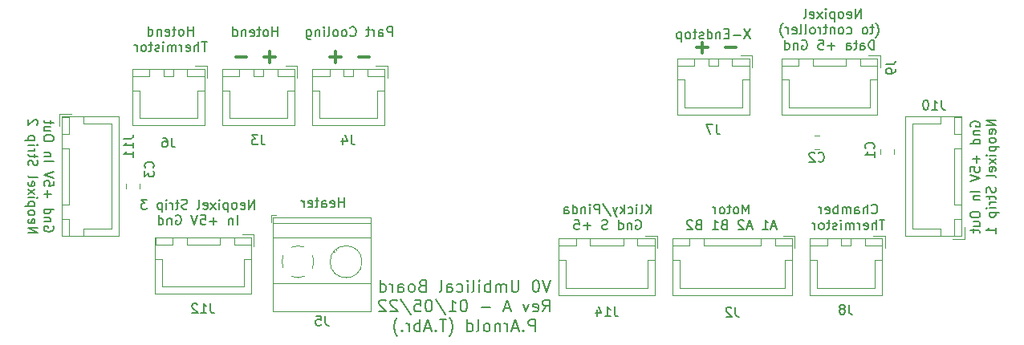
<source format=gbo>
G04 #@! TF.GenerationSoftware,KiCad,Pcbnew,(5.1.12)-1*
G04 #@! TF.CreationDate,2022-01-06T15:04:26+01:00*
G04 #@! TF.ProjectId,V0-UmbilicalBoard,56302d55-6d62-4696-9c69-63616c426f61,rev?*
G04 #@! TF.SameCoordinates,Original*
G04 #@! TF.FileFunction,Legend,Bot*
G04 #@! TF.FilePolarity,Positive*
%FSLAX46Y46*%
G04 Gerber Fmt 4.6, Leading zero omitted, Abs format (unit mm)*
G04 Created by KiCad (PCBNEW (5.1.12)-1) date 2022-01-06 15:04:26*
%MOMM*%
%LPD*%
G01*
G04 APERTURE LIST*
%ADD10C,0.150000*%
%ADD11C,0.200000*%
%ADD12C,0.300000*%
%ADD13C,0.120000*%
G04 APERTURE END LIST*
D10*
X114695238Y-103927380D02*
X114695238Y-102927380D01*
X114123809Y-103927380D02*
X114552380Y-103355952D01*
X114123809Y-102927380D02*
X114695238Y-103498809D01*
X113552380Y-103927380D02*
X113647619Y-103879761D01*
X113695238Y-103784523D01*
X113695238Y-102927380D01*
X113171428Y-103927380D02*
X113171428Y-103260714D01*
X113171428Y-102927380D02*
X113219047Y-102975000D01*
X113171428Y-103022619D01*
X113123809Y-102975000D01*
X113171428Y-102927380D01*
X113171428Y-103022619D01*
X112266666Y-103879761D02*
X112361904Y-103927380D01*
X112552380Y-103927380D01*
X112647619Y-103879761D01*
X112695238Y-103832142D01*
X112742857Y-103736904D01*
X112742857Y-103451190D01*
X112695238Y-103355952D01*
X112647619Y-103308333D01*
X112552380Y-103260714D01*
X112361904Y-103260714D01*
X112266666Y-103308333D01*
X111838095Y-103927380D02*
X111838095Y-102927380D01*
X111742857Y-103546428D02*
X111457142Y-103927380D01*
X111457142Y-103260714D02*
X111838095Y-103641666D01*
X111123809Y-103260714D02*
X110885714Y-103927380D01*
X110647619Y-103260714D02*
X110885714Y-103927380D01*
X110980952Y-104165476D01*
X111028571Y-104213095D01*
X111123809Y-104260714D01*
X109552380Y-102879761D02*
X110409523Y-104165476D01*
X109219047Y-103927380D02*
X109219047Y-102927380D01*
X108838095Y-102927380D01*
X108742857Y-102975000D01*
X108695238Y-103022619D01*
X108647619Y-103117857D01*
X108647619Y-103260714D01*
X108695238Y-103355952D01*
X108742857Y-103403571D01*
X108838095Y-103451190D01*
X109219047Y-103451190D01*
X108219047Y-103927380D02*
X108219047Y-103260714D01*
X108219047Y-102927380D02*
X108266666Y-102975000D01*
X108219047Y-103022619D01*
X108171428Y-102975000D01*
X108219047Y-102927380D01*
X108219047Y-103022619D01*
X107742857Y-103260714D02*
X107742857Y-103927380D01*
X107742857Y-103355952D02*
X107695238Y-103308333D01*
X107600000Y-103260714D01*
X107457142Y-103260714D01*
X107361904Y-103308333D01*
X107314285Y-103403571D01*
X107314285Y-103927380D01*
X106409523Y-103927380D02*
X106409523Y-102927380D01*
X106409523Y-103879761D02*
X106504761Y-103927380D01*
X106695238Y-103927380D01*
X106790476Y-103879761D01*
X106838095Y-103832142D01*
X106885714Y-103736904D01*
X106885714Y-103451190D01*
X106838095Y-103355952D01*
X106790476Y-103308333D01*
X106695238Y-103260714D01*
X106504761Y-103260714D01*
X106409523Y-103308333D01*
X105504761Y-103927380D02*
X105504761Y-103403571D01*
X105552380Y-103308333D01*
X105647619Y-103260714D01*
X105838095Y-103260714D01*
X105933333Y-103308333D01*
X105504761Y-103879761D02*
X105600000Y-103927380D01*
X105838095Y-103927380D01*
X105933333Y-103879761D01*
X105980952Y-103784523D01*
X105980952Y-103689285D01*
X105933333Y-103594047D01*
X105838095Y-103546428D01*
X105600000Y-103546428D01*
X105504761Y-103498809D01*
X113076190Y-104625000D02*
X113171428Y-104577380D01*
X113314285Y-104577380D01*
X113457142Y-104625000D01*
X113552380Y-104720238D01*
X113600000Y-104815476D01*
X113647619Y-105005952D01*
X113647619Y-105148809D01*
X113600000Y-105339285D01*
X113552380Y-105434523D01*
X113457142Y-105529761D01*
X113314285Y-105577380D01*
X113219047Y-105577380D01*
X113076190Y-105529761D01*
X113028571Y-105482142D01*
X113028571Y-105148809D01*
X113219047Y-105148809D01*
X112600000Y-104910714D02*
X112600000Y-105577380D01*
X112600000Y-105005952D02*
X112552380Y-104958333D01*
X112457142Y-104910714D01*
X112314285Y-104910714D01*
X112219047Y-104958333D01*
X112171428Y-105053571D01*
X112171428Y-105577380D01*
X111266666Y-105577380D02*
X111266666Y-104577380D01*
X111266666Y-105529761D02*
X111361904Y-105577380D01*
X111552380Y-105577380D01*
X111647619Y-105529761D01*
X111695238Y-105482142D01*
X111742857Y-105386904D01*
X111742857Y-105101190D01*
X111695238Y-105005952D01*
X111647619Y-104958333D01*
X111552380Y-104910714D01*
X111361904Y-104910714D01*
X111266666Y-104958333D01*
X110076190Y-105529761D02*
X109933333Y-105577380D01*
X109695238Y-105577380D01*
X109600000Y-105529761D01*
X109552380Y-105482142D01*
X109504761Y-105386904D01*
X109504761Y-105291666D01*
X109552380Y-105196428D01*
X109600000Y-105148809D01*
X109695238Y-105101190D01*
X109885714Y-105053571D01*
X109980952Y-105005952D01*
X110028571Y-104958333D01*
X110076190Y-104863095D01*
X110076190Y-104767857D01*
X110028571Y-104672619D01*
X109980952Y-104625000D01*
X109885714Y-104577380D01*
X109647619Y-104577380D01*
X109504761Y-104625000D01*
X108314285Y-105196428D02*
X107552380Y-105196428D01*
X107933333Y-105577380D02*
X107933333Y-104815476D01*
X106600000Y-104577380D02*
X107076190Y-104577380D01*
X107123809Y-105053571D01*
X107076190Y-105005952D01*
X106980952Y-104958333D01*
X106742857Y-104958333D01*
X106647619Y-105005952D01*
X106600000Y-105053571D01*
X106552380Y-105148809D01*
X106552380Y-105386904D01*
X106600000Y-105482142D01*
X106647619Y-105529761D01*
X106742857Y-105577380D01*
X106980952Y-105577380D01*
X107076190Y-105529761D01*
X107123809Y-105482142D01*
X72832380Y-103437380D02*
X72832380Y-102437380D01*
X72260952Y-103437380D01*
X72260952Y-102437380D01*
X71403809Y-103389761D02*
X71499047Y-103437380D01*
X71689523Y-103437380D01*
X71784761Y-103389761D01*
X71832380Y-103294523D01*
X71832380Y-102913571D01*
X71784761Y-102818333D01*
X71689523Y-102770714D01*
X71499047Y-102770714D01*
X71403809Y-102818333D01*
X71356190Y-102913571D01*
X71356190Y-103008809D01*
X71832380Y-103104047D01*
X70784761Y-103437380D02*
X70880000Y-103389761D01*
X70927619Y-103342142D01*
X70975238Y-103246904D01*
X70975238Y-102961190D01*
X70927619Y-102865952D01*
X70880000Y-102818333D01*
X70784761Y-102770714D01*
X70641904Y-102770714D01*
X70546666Y-102818333D01*
X70499047Y-102865952D01*
X70451428Y-102961190D01*
X70451428Y-103246904D01*
X70499047Y-103342142D01*
X70546666Y-103389761D01*
X70641904Y-103437380D01*
X70784761Y-103437380D01*
X70022857Y-102770714D02*
X70022857Y-103770714D01*
X70022857Y-102818333D02*
X69927619Y-102770714D01*
X69737142Y-102770714D01*
X69641904Y-102818333D01*
X69594285Y-102865952D01*
X69546666Y-102961190D01*
X69546666Y-103246904D01*
X69594285Y-103342142D01*
X69641904Y-103389761D01*
X69737142Y-103437380D01*
X69927619Y-103437380D01*
X70022857Y-103389761D01*
X69118095Y-103437380D02*
X69118095Y-102770714D01*
X69118095Y-102437380D02*
X69165714Y-102485000D01*
X69118095Y-102532619D01*
X69070476Y-102485000D01*
X69118095Y-102437380D01*
X69118095Y-102532619D01*
X68737142Y-103437380D02*
X68213333Y-102770714D01*
X68737142Y-102770714D02*
X68213333Y-103437380D01*
X67451428Y-103389761D02*
X67546666Y-103437380D01*
X67737142Y-103437380D01*
X67832380Y-103389761D01*
X67880000Y-103294523D01*
X67880000Y-102913571D01*
X67832380Y-102818333D01*
X67737142Y-102770714D01*
X67546666Y-102770714D01*
X67451428Y-102818333D01*
X67403809Y-102913571D01*
X67403809Y-103008809D01*
X67880000Y-103104047D01*
X66832380Y-103437380D02*
X66927619Y-103389761D01*
X66975238Y-103294523D01*
X66975238Y-102437380D01*
X65737142Y-103389761D02*
X65594285Y-103437380D01*
X65356190Y-103437380D01*
X65260952Y-103389761D01*
X65213333Y-103342142D01*
X65165714Y-103246904D01*
X65165714Y-103151666D01*
X65213333Y-103056428D01*
X65260952Y-103008809D01*
X65356190Y-102961190D01*
X65546666Y-102913571D01*
X65641904Y-102865952D01*
X65689523Y-102818333D01*
X65737142Y-102723095D01*
X65737142Y-102627857D01*
X65689523Y-102532619D01*
X65641904Y-102485000D01*
X65546666Y-102437380D01*
X65308571Y-102437380D01*
X65165714Y-102485000D01*
X64880000Y-102770714D02*
X64499047Y-102770714D01*
X64737142Y-102437380D02*
X64737142Y-103294523D01*
X64689523Y-103389761D01*
X64594285Y-103437380D01*
X64499047Y-103437380D01*
X64165714Y-103437380D02*
X64165714Y-102770714D01*
X64165714Y-102961190D02*
X64118095Y-102865952D01*
X64070476Y-102818333D01*
X63975238Y-102770714D01*
X63880000Y-102770714D01*
X63546666Y-103437380D02*
X63546666Y-102770714D01*
X63546666Y-102437380D02*
X63594285Y-102485000D01*
X63546666Y-102532619D01*
X63499047Y-102485000D01*
X63546666Y-102437380D01*
X63546666Y-102532619D01*
X63070476Y-102770714D02*
X63070476Y-103770714D01*
X63070476Y-102818333D02*
X62975238Y-102770714D01*
X62784761Y-102770714D01*
X62689523Y-102818333D01*
X62641904Y-102865952D01*
X62594285Y-102961190D01*
X62594285Y-103246904D01*
X62641904Y-103342142D01*
X62689523Y-103389761D01*
X62784761Y-103437380D01*
X62975238Y-103437380D01*
X63070476Y-103389761D01*
X61499047Y-102437380D02*
X60880000Y-102437380D01*
X61213333Y-102818333D01*
X61070476Y-102818333D01*
X60975238Y-102865952D01*
X60927619Y-102913571D01*
X60880000Y-103008809D01*
X60880000Y-103246904D01*
X60927619Y-103342142D01*
X60975238Y-103389761D01*
X61070476Y-103437380D01*
X61356190Y-103437380D01*
X61451428Y-103389761D01*
X61499047Y-103342142D01*
X71022857Y-105087380D02*
X71022857Y-104087380D01*
X70546666Y-104420714D02*
X70546666Y-105087380D01*
X70546666Y-104515952D02*
X70499047Y-104468333D01*
X70403809Y-104420714D01*
X70260952Y-104420714D01*
X70165714Y-104468333D01*
X70118095Y-104563571D01*
X70118095Y-105087380D01*
X68880000Y-104706428D02*
X68118095Y-104706428D01*
X68499047Y-105087380D02*
X68499047Y-104325476D01*
X67165714Y-104087380D02*
X67641904Y-104087380D01*
X67689523Y-104563571D01*
X67641904Y-104515952D01*
X67546666Y-104468333D01*
X67308571Y-104468333D01*
X67213333Y-104515952D01*
X67165714Y-104563571D01*
X67118095Y-104658809D01*
X67118095Y-104896904D01*
X67165714Y-104992142D01*
X67213333Y-105039761D01*
X67308571Y-105087380D01*
X67546666Y-105087380D01*
X67641904Y-105039761D01*
X67689523Y-104992142D01*
X66832380Y-104087380D02*
X66499047Y-105087380D01*
X66165714Y-104087380D01*
X64546666Y-104135000D02*
X64641904Y-104087380D01*
X64784761Y-104087380D01*
X64927619Y-104135000D01*
X65022857Y-104230238D01*
X65070476Y-104325476D01*
X65118095Y-104515952D01*
X65118095Y-104658809D01*
X65070476Y-104849285D01*
X65022857Y-104944523D01*
X64927619Y-105039761D01*
X64784761Y-105087380D01*
X64689523Y-105087380D01*
X64546666Y-105039761D01*
X64499047Y-104992142D01*
X64499047Y-104658809D01*
X64689523Y-104658809D01*
X64070476Y-104420714D02*
X64070476Y-105087380D01*
X64070476Y-104515952D02*
X64022857Y-104468333D01*
X63927619Y-104420714D01*
X63784761Y-104420714D01*
X63689523Y-104468333D01*
X63641904Y-104563571D01*
X63641904Y-105087380D01*
X62737142Y-105087380D02*
X62737142Y-104087380D01*
X62737142Y-105039761D02*
X62832380Y-105087380D01*
X63022857Y-105087380D01*
X63118095Y-105039761D01*
X63165714Y-104992142D01*
X63213333Y-104896904D01*
X63213333Y-104611190D01*
X63165714Y-104515952D01*
X63118095Y-104468333D01*
X63022857Y-104420714D01*
X62832380Y-104420714D01*
X62737142Y-104468333D01*
X124993333Y-103927380D02*
X124993333Y-102927380D01*
X124660000Y-103641666D01*
X124326666Y-102927380D01*
X124326666Y-103927380D01*
X123707619Y-103927380D02*
X123802857Y-103879761D01*
X123850476Y-103832142D01*
X123898095Y-103736904D01*
X123898095Y-103451190D01*
X123850476Y-103355952D01*
X123802857Y-103308333D01*
X123707619Y-103260714D01*
X123564761Y-103260714D01*
X123469523Y-103308333D01*
X123421904Y-103355952D01*
X123374285Y-103451190D01*
X123374285Y-103736904D01*
X123421904Y-103832142D01*
X123469523Y-103879761D01*
X123564761Y-103927380D01*
X123707619Y-103927380D01*
X123088571Y-103260714D02*
X122707619Y-103260714D01*
X122945714Y-102927380D02*
X122945714Y-103784523D01*
X122898095Y-103879761D01*
X122802857Y-103927380D01*
X122707619Y-103927380D01*
X122231428Y-103927380D02*
X122326666Y-103879761D01*
X122374285Y-103832142D01*
X122421904Y-103736904D01*
X122421904Y-103451190D01*
X122374285Y-103355952D01*
X122326666Y-103308333D01*
X122231428Y-103260714D01*
X122088571Y-103260714D01*
X121993333Y-103308333D01*
X121945714Y-103355952D01*
X121898095Y-103451190D01*
X121898095Y-103736904D01*
X121945714Y-103832142D01*
X121993333Y-103879761D01*
X122088571Y-103927380D01*
X122231428Y-103927380D01*
X121469523Y-103927380D02*
X121469523Y-103260714D01*
X121469523Y-103451190D02*
X121421904Y-103355952D01*
X121374285Y-103308333D01*
X121279047Y-103260714D01*
X121183809Y-103260714D01*
X127874285Y-105291666D02*
X127398095Y-105291666D01*
X127969523Y-105577380D02*
X127636190Y-104577380D01*
X127302857Y-105577380D01*
X126445714Y-105577380D02*
X127017142Y-105577380D01*
X126731428Y-105577380D02*
X126731428Y-104577380D01*
X126826666Y-104720238D01*
X126921904Y-104815476D01*
X127017142Y-104863095D01*
X125302857Y-105291666D02*
X124826666Y-105291666D01*
X125398095Y-105577380D02*
X125064761Y-104577380D01*
X124731428Y-105577380D01*
X124445714Y-104672619D02*
X124398095Y-104625000D01*
X124302857Y-104577380D01*
X124064761Y-104577380D01*
X123969523Y-104625000D01*
X123921904Y-104672619D01*
X123874285Y-104767857D01*
X123874285Y-104863095D01*
X123921904Y-105005952D01*
X124493333Y-105577380D01*
X123874285Y-105577380D01*
X122350476Y-105053571D02*
X122207619Y-105101190D01*
X122160000Y-105148809D01*
X122112380Y-105244047D01*
X122112380Y-105386904D01*
X122160000Y-105482142D01*
X122207619Y-105529761D01*
X122302857Y-105577380D01*
X122683809Y-105577380D01*
X122683809Y-104577380D01*
X122350476Y-104577380D01*
X122255238Y-104625000D01*
X122207619Y-104672619D01*
X122160000Y-104767857D01*
X122160000Y-104863095D01*
X122207619Y-104958333D01*
X122255238Y-105005952D01*
X122350476Y-105053571D01*
X122683809Y-105053571D01*
X121160000Y-105577380D02*
X121731428Y-105577380D01*
X121445714Y-105577380D02*
X121445714Y-104577380D01*
X121540952Y-104720238D01*
X121636190Y-104815476D01*
X121731428Y-104863095D01*
X119636190Y-105053571D02*
X119493333Y-105101190D01*
X119445714Y-105148809D01*
X119398095Y-105244047D01*
X119398095Y-105386904D01*
X119445714Y-105482142D01*
X119493333Y-105529761D01*
X119588571Y-105577380D01*
X119969523Y-105577380D01*
X119969523Y-104577380D01*
X119636190Y-104577380D01*
X119540952Y-104625000D01*
X119493333Y-104672619D01*
X119445714Y-104767857D01*
X119445714Y-104863095D01*
X119493333Y-104958333D01*
X119540952Y-105005952D01*
X119636190Y-105053571D01*
X119969523Y-105053571D01*
X119017142Y-104672619D02*
X118969523Y-104625000D01*
X118874285Y-104577380D01*
X118636190Y-104577380D01*
X118540952Y-104625000D01*
X118493333Y-104672619D01*
X118445714Y-104767857D01*
X118445714Y-104863095D01*
X118493333Y-105005952D01*
X119064761Y-105577380D01*
X118445714Y-105577380D01*
X148425000Y-94738095D02*
X148377380Y-94642857D01*
X148377380Y-94500000D01*
X148425000Y-94357142D01*
X148520238Y-94261904D01*
X148615476Y-94214285D01*
X148805952Y-94166666D01*
X148948809Y-94166666D01*
X149139285Y-94214285D01*
X149234523Y-94261904D01*
X149329761Y-94357142D01*
X149377380Y-94500000D01*
X149377380Y-94595238D01*
X149329761Y-94738095D01*
X149282142Y-94785714D01*
X148948809Y-94785714D01*
X148948809Y-94595238D01*
X148710714Y-95214285D02*
X149377380Y-95214285D01*
X148805952Y-95214285D02*
X148758333Y-95261904D01*
X148710714Y-95357142D01*
X148710714Y-95500000D01*
X148758333Y-95595238D01*
X148853571Y-95642857D01*
X149377380Y-95642857D01*
X149377380Y-96547619D02*
X148377380Y-96547619D01*
X149329761Y-96547619D02*
X149377380Y-96452380D01*
X149377380Y-96261904D01*
X149329761Y-96166666D01*
X149282142Y-96119047D01*
X149186904Y-96071428D01*
X148901190Y-96071428D01*
X148805952Y-96119047D01*
X148758333Y-96166666D01*
X148710714Y-96261904D01*
X148710714Y-96452380D01*
X148758333Y-96547619D01*
X148996428Y-97785714D02*
X148996428Y-98547619D01*
X149377380Y-98166666D02*
X148615476Y-98166666D01*
X148377380Y-99500000D02*
X148377380Y-99023809D01*
X148853571Y-98976190D01*
X148805952Y-99023809D01*
X148758333Y-99119047D01*
X148758333Y-99357142D01*
X148805952Y-99452380D01*
X148853571Y-99500000D01*
X148948809Y-99547619D01*
X149186904Y-99547619D01*
X149282142Y-99500000D01*
X149329761Y-99452380D01*
X149377380Y-99357142D01*
X149377380Y-99119047D01*
X149329761Y-99023809D01*
X149282142Y-98976190D01*
X148377380Y-99833333D02*
X149377380Y-100166666D01*
X148377380Y-100500000D01*
X149377380Y-101595238D02*
X148377380Y-101595238D01*
X148710714Y-102071428D02*
X149377380Y-102071428D01*
X148805952Y-102071428D02*
X148758333Y-102119047D01*
X148710714Y-102214285D01*
X148710714Y-102357142D01*
X148758333Y-102452380D01*
X148853571Y-102500000D01*
X149377380Y-102500000D01*
X148377380Y-103928571D02*
X148377380Y-104119047D01*
X148425000Y-104214285D01*
X148520238Y-104309523D01*
X148710714Y-104357142D01*
X149044047Y-104357142D01*
X149234523Y-104309523D01*
X149329761Y-104214285D01*
X149377380Y-104119047D01*
X149377380Y-103928571D01*
X149329761Y-103833333D01*
X149234523Y-103738095D01*
X149044047Y-103690476D01*
X148710714Y-103690476D01*
X148520238Y-103738095D01*
X148425000Y-103833333D01*
X148377380Y-103928571D01*
X148710714Y-105214285D02*
X149377380Y-105214285D01*
X148710714Y-104785714D02*
X149234523Y-104785714D01*
X149329761Y-104833333D01*
X149377380Y-104928571D01*
X149377380Y-105071428D01*
X149329761Y-105166666D01*
X149282142Y-105214285D01*
X148710714Y-105547619D02*
X148710714Y-105928571D01*
X148377380Y-105690476D02*
X149234523Y-105690476D01*
X149329761Y-105738095D01*
X149377380Y-105833333D01*
X149377380Y-105928571D01*
X151027380Y-94047619D02*
X150027380Y-94047619D01*
X151027380Y-94619047D01*
X150027380Y-94619047D01*
X150979761Y-95476190D02*
X151027380Y-95380952D01*
X151027380Y-95190476D01*
X150979761Y-95095238D01*
X150884523Y-95047619D01*
X150503571Y-95047619D01*
X150408333Y-95095238D01*
X150360714Y-95190476D01*
X150360714Y-95380952D01*
X150408333Y-95476190D01*
X150503571Y-95523809D01*
X150598809Y-95523809D01*
X150694047Y-95047619D01*
X151027380Y-96095238D02*
X150979761Y-96000000D01*
X150932142Y-95952380D01*
X150836904Y-95904761D01*
X150551190Y-95904761D01*
X150455952Y-95952380D01*
X150408333Y-96000000D01*
X150360714Y-96095238D01*
X150360714Y-96238095D01*
X150408333Y-96333333D01*
X150455952Y-96380952D01*
X150551190Y-96428571D01*
X150836904Y-96428571D01*
X150932142Y-96380952D01*
X150979761Y-96333333D01*
X151027380Y-96238095D01*
X151027380Y-96095238D01*
X150360714Y-96857142D02*
X151360714Y-96857142D01*
X150408333Y-96857142D02*
X150360714Y-96952380D01*
X150360714Y-97142857D01*
X150408333Y-97238095D01*
X150455952Y-97285714D01*
X150551190Y-97333333D01*
X150836904Y-97333333D01*
X150932142Y-97285714D01*
X150979761Y-97238095D01*
X151027380Y-97142857D01*
X151027380Y-96952380D01*
X150979761Y-96857142D01*
X151027380Y-97761904D02*
X150360714Y-97761904D01*
X150027380Y-97761904D02*
X150075000Y-97714285D01*
X150122619Y-97761904D01*
X150075000Y-97809523D01*
X150027380Y-97761904D01*
X150122619Y-97761904D01*
X151027380Y-98142857D02*
X150360714Y-98666666D01*
X150360714Y-98142857D02*
X151027380Y-98666666D01*
X150979761Y-99428571D02*
X151027380Y-99333333D01*
X151027380Y-99142857D01*
X150979761Y-99047619D01*
X150884523Y-99000000D01*
X150503571Y-99000000D01*
X150408333Y-99047619D01*
X150360714Y-99142857D01*
X150360714Y-99333333D01*
X150408333Y-99428571D01*
X150503571Y-99476190D01*
X150598809Y-99476190D01*
X150694047Y-99000000D01*
X151027380Y-100047619D02*
X150979761Y-99952380D01*
X150884523Y-99904761D01*
X150027380Y-99904761D01*
X150979761Y-101142857D02*
X151027380Y-101285714D01*
X151027380Y-101523809D01*
X150979761Y-101619047D01*
X150932142Y-101666666D01*
X150836904Y-101714285D01*
X150741666Y-101714285D01*
X150646428Y-101666666D01*
X150598809Y-101619047D01*
X150551190Y-101523809D01*
X150503571Y-101333333D01*
X150455952Y-101238095D01*
X150408333Y-101190476D01*
X150313095Y-101142857D01*
X150217857Y-101142857D01*
X150122619Y-101190476D01*
X150075000Y-101238095D01*
X150027380Y-101333333D01*
X150027380Y-101571428D01*
X150075000Y-101714285D01*
X150360714Y-102000000D02*
X150360714Y-102380952D01*
X150027380Y-102142857D02*
X150884523Y-102142857D01*
X150979761Y-102190476D01*
X151027380Y-102285714D01*
X151027380Y-102380952D01*
X151027380Y-102714285D02*
X150360714Y-102714285D01*
X150551190Y-102714285D02*
X150455952Y-102761904D01*
X150408333Y-102809523D01*
X150360714Y-102904761D01*
X150360714Y-103000000D01*
X151027380Y-103333333D02*
X150360714Y-103333333D01*
X150027380Y-103333333D02*
X150075000Y-103285714D01*
X150122619Y-103333333D01*
X150075000Y-103380952D01*
X150027380Y-103333333D01*
X150122619Y-103333333D01*
X150360714Y-103809523D02*
X151360714Y-103809523D01*
X150408333Y-103809523D02*
X150360714Y-103904761D01*
X150360714Y-104095238D01*
X150408333Y-104190476D01*
X150455952Y-104238095D01*
X150551190Y-104285714D01*
X150836904Y-104285714D01*
X150932142Y-104238095D01*
X150979761Y-104190476D01*
X151027380Y-104095238D01*
X151027380Y-103904761D01*
X150979761Y-103809523D01*
X151027380Y-106000000D02*
X151027380Y-105428571D01*
X151027380Y-105714285D02*
X150027380Y-105714285D01*
X150170238Y-105619047D01*
X150265476Y-105523809D01*
X150313095Y-105428571D01*
X51575000Y-105261904D02*
X51622619Y-105357142D01*
X51622619Y-105500000D01*
X51575000Y-105642857D01*
X51479761Y-105738095D01*
X51384523Y-105785714D01*
X51194047Y-105833333D01*
X51051190Y-105833333D01*
X50860714Y-105785714D01*
X50765476Y-105738095D01*
X50670238Y-105642857D01*
X50622619Y-105500000D01*
X50622619Y-105404761D01*
X50670238Y-105261904D01*
X50717857Y-105214285D01*
X51051190Y-105214285D01*
X51051190Y-105404761D01*
X51289285Y-104785714D02*
X50622619Y-104785714D01*
X51194047Y-104785714D02*
X51241666Y-104738095D01*
X51289285Y-104642857D01*
X51289285Y-104500000D01*
X51241666Y-104404761D01*
X51146428Y-104357142D01*
X50622619Y-104357142D01*
X50622619Y-103452380D02*
X51622619Y-103452380D01*
X50670238Y-103452380D02*
X50622619Y-103547619D01*
X50622619Y-103738095D01*
X50670238Y-103833333D01*
X50717857Y-103880952D01*
X50813095Y-103928571D01*
X51098809Y-103928571D01*
X51194047Y-103880952D01*
X51241666Y-103833333D01*
X51289285Y-103738095D01*
X51289285Y-103547619D01*
X51241666Y-103452380D01*
X51003571Y-102214285D02*
X51003571Y-101452380D01*
X50622619Y-101833333D02*
X51384523Y-101833333D01*
X51622619Y-100500000D02*
X51622619Y-100976190D01*
X51146428Y-101023809D01*
X51194047Y-100976190D01*
X51241666Y-100880952D01*
X51241666Y-100642857D01*
X51194047Y-100547619D01*
X51146428Y-100500000D01*
X51051190Y-100452380D01*
X50813095Y-100452380D01*
X50717857Y-100500000D01*
X50670238Y-100547619D01*
X50622619Y-100642857D01*
X50622619Y-100880952D01*
X50670238Y-100976190D01*
X50717857Y-101023809D01*
X51622619Y-100166666D02*
X50622619Y-99833333D01*
X51622619Y-99500000D01*
X50622619Y-98404761D02*
X51622619Y-98404761D01*
X51289285Y-97928571D02*
X50622619Y-97928571D01*
X51194047Y-97928571D02*
X51241666Y-97880952D01*
X51289285Y-97785714D01*
X51289285Y-97642857D01*
X51241666Y-97547619D01*
X51146428Y-97500000D01*
X50622619Y-97500000D01*
X51622619Y-96071428D02*
X51622619Y-95880952D01*
X51575000Y-95785714D01*
X51479761Y-95690476D01*
X51289285Y-95642857D01*
X50955952Y-95642857D01*
X50765476Y-95690476D01*
X50670238Y-95785714D01*
X50622619Y-95880952D01*
X50622619Y-96071428D01*
X50670238Y-96166666D01*
X50765476Y-96261904D01*
X50955952Y-96309523D01*
X51289285Y-96309523D01*
X51479761Y-96261904D01*
X51575000Y-96166666D01*
X51622619Y-96071428D01*
X51289285Y-94785714D02*
X50622619Y-94785714D01*
X51289285Y-95214285D02*
X50765476Y-95214285D01*
X50670238Y-95166666D01*
X50622619Y-95071428D01*
X50622619Y-94928571D01*
X50670238Y-94833333D01*
X50717857Y-94785714D01*
X51289285Y-94452380D02*
X51289285Y-94071428D01*
X51622619Y-94309523D02*
X50765476Y-94309523D01*
X50670238Y-94261904D01*
X50622619Y-94166666D01*
X50622619Y-94071428D01*
X48972619Y-105952380D02*
X49972619Y-105952380D01*
X48972619Y-105380952D01*
X49972619Y-105380952D01*
X49020238Y-104523809D02*
X48972619Y-104619047D01*
X48972619Y-104809523D01*
X49020238Y-104904761D01*
X49115476Y-104952380D01*
X49496428Y-104952380D01*
X49591666Y-104904761D01*
X49639285Y-104809523D01*
X49639285Y-104619047D01*
X49591666Y-104523809D01*
X49496428Y-104476190D01*
X49401190Y-104476190D01*
X49305952Y-104952380D01*
X48972619Y-103904761D02*
X49020238Y-104000000D01*
X49067857Y-104047619D01*
X49163095Y-104095238D01*
X49448809Y-104095238D01*
X49544047Y-104047619D01*
X49591666Y-104000000D01*
X49639285Y-103904761D01*
X49639285Y-103761904D01*
X49591666Y-103666666D01*
X49544047Y-103619047D01*
X49448809Y-103571428D01*
X49163095Y-103571428D01*
X49067857Y-103619047D01*
X49020238Y-103666666D01*
X48972619Y-103761904D01*
X48972619Y-103904761D01*
X49639285Y-103142857D02*
X48639285Y-103142857D01*
X49591666Y-103142857D02*
X49639285Y-103047619D01*
X49639285Y-102857142D01*
X49591666Y-102761904D01*
X49544047Y-102714285D01*
X49448809Y-102666666D01*
X49163095Y-102666666D01*
X49067857Y-102714285D01*
X49020238Y-102761904D01*
X48972619Y-102857142D01*
X48972619Y-103047619D01*
X49020238Y-103142857D01*
X48972619Y-102238095D02*
X49639285Y-102238095D01*
X49972619Y-102238095D02*
X49925000Y-102285714D01*
X49877380Y-102238095D01*
X49925000Y-102190476D01*
X49972619Y-102238095D01*
X49877380Y-102238095D01*
X48972619Y-101857142D02*
X49639285Y-101333333D01*
X49639285Y-101857142D02*
X48972619Y-101333333D01*
X49020238Y-100571428D02*
X48972619Y-100666666D01*
X48972619Y-100857142D01*
X49020238Y-100952380D01*
X49115476Y-101000000D01*
X49496428Y-101000000D01*
X49591666Y-100952380D01*
X49639285Y-100857142D01*
X49639285Y-100666666D01*
X49591666Y-100571428D01*
X49496428Y-100523809D01*
X49401190Y-100523809D01*
X49305952Y-101000000D01*
X48972619Y-99952380D02*
X49020238Y-100047619D01*
X49115476Y-100095238D01*
X49972619Y-100095238D01*
X49020238Y-98857142D02*
X48972619Y-98714285D01*
X48972619Y-98476190D01*
X49020238Y-98380952D01*
X49067857Y-98333333D01*
X49163095Y-98285714D01*
X49258333Y-98285714D01*
X49353571Y-98333333D01*
X49401190Y-98380952D01*
X49448809Y-98476190D01*
X49496428Y-98666666D01*
X49544047Y-98761904D01*
X49591666Y-98809523D01*
X49686904Y-98857142D01*
X49782142Y-98857142D01*
X49877380Y-98809523D01*
X49925000Y-98761904D01*
X49972619Y-98666666D01*
X49972619Y-98428571D01*
X49925000Y-98285714D01*
X49639285Y-98000000D02*
X49639285Y-97619047D01*
X49972619Y-97857142D02*
X49115476Y-97857142D01*
X49020238Y-97809523D01*
X48972619Y-97714285D01*
X48972619Y-97619047D01*
X48972619Y-97285714D02*
X49639285Y-97285714D01*
X49448809Y-97285714D02*
X49544047Y-97238095D01*
X49591666Y-97190476D01*
X49639285Y-97095238D01*
X49639285Y-97000000D01*
X48972619Y-96666666D02*
X49639285Y-96666666D01*
X49972619Y-96666666D02*
X49925000Y-96714285D01*
X49877380Y-96666666D01*
X49925000Y-96619047D01*
X49972619Y-96666666D01*
X49877380Y-96666666D01*
X49639285Y-96190476D02*
X48639285Y-96190476D01*
X49591666Y-96190476D02*
X49639285Y-96095238D01*
X49639285Y-95904761D01*
X49591666Y-95809523D01*
X49544047Y-95761904D01*
X49448809Y-95714285D01*
X49163095Y-95714285D01*
X49067857Y-95761904D01*
X49020238Y-95809523D01*
X48972619Y-95904761D01*
X48972619Y-96095238D01*
X49020238Y-96190476D01*
X49877380Y-94571428D02*
X49925000Y-94523809D01*
X49972619Y-94428571D01*
X49972619Y-94190476D01*
X49925000Y-94095238D01*
X49877380Y-94047619D01*
X49782142Y-94000000D01*
X49686904Y-94000000D01*
X49544047Y-94047619D01*
X48972619Y-94619047D01*
X48972619Y-94000000D01*
X136833333Y-83302380D02*
X136833333Y-82302380D01*
X136261904Y-83302380D01*
X136261904Y-82302380D01*
X135404761Y-83254761D02*
X135500000Y-83302380D01*
X135690476Y-83302380D01*
X135785714Y-83254761D01*
X135833333Y-83159523D01*
X135833333Y-82778571D01*
X135785714Y-82683333D01*
X135690476Y-82635714D01*
X135500000Y-82635714D01*
X135404761Y-82683333D01*
X135357142Y-82778571D01*
X135357142Y-82873809D01*
X135833333Y-82969047D01*
X134785714Y-83302380D02*
X134880952Y-83254761D01*
X134928571Y-83207142D01*
X134976190Y-83111904D01*
X134976190Y-82826190D01*
X134928571Y-82730952D01*
X134880952Y-82683333D01*
X134785714Y-82635714D01*
X134642857Y-82635714D01*
X134547619Y-82683333D01*
X134500000Y-82730952D01*
X134452380Y-82826190D01*
X134452380Y-83111904D01*
X134500000Y-83207142D01*
X134547619Y-83254761D01*
X134642857Y-83302380D01*
X134785714Y-83302380D01*
X134023809Y-82635714D02*
X134023809Y-83635714D01*
X134023809Y-82683333D02*
X133928571Y-82635714D01*
X133738095Y-82635714D01*
X133642857Y-82683333D01*
X133595238Y-82730952D01*
X133547619Y-82826190D01*
X133547619Y-83111904D01*
X133595238Y-83207142D01*
X133642857Y-83254761D01*
X133738095Y-83302380D01*
X133928571Y-83302380D01*
X134023809Y-83254761D01*
X133119047Y-83302380D02*
X133119047Y-82635714D01*
X133119047Y-82302380D02*
X133166666Y-82350000D01*
X133119047Y-82397619D01*
X133071428Y-82350000D01*
X133119047Y-82302380D01*
X133119047Y-82397619D01*
X132738095Y-83302380D02*
X132214285Y-82635714D01*
X132738095Y-82635714D02*
X132214285Y-83302380D01*
X131452380Y-83254761D02*
X131547619Y-83302380D01*
X131738095Y-83302380D01*
X131833333Y-83254761D01*
X131880952Y-83159523D01*
X131880952Y-82778571D01*
X131833333Y-82683333D01*
X131738095Y-82635714D01*
X131547619Y-82635714D01*
X131452380Y-82683333D01*
X131404761Y-82778571D01*
X131404761Y-82873809D01*
X131880952Y-82969047D01*
X130833333Y-83302380D02*
X130928571Y-83254761D01*
X130976190Y-83159523D01*
X130976190Y-82302380D01*
X138404761Y-85333333D02*
X138452380Y-85285714D01*
X138547619Y-85142857D01*
X138595238Y-85047619D01*
X138642857Y-84904761D01*
X138690476Y-84666666D01*
X138690476Y-84476190D01*
X138642857Y-84238095D01*
X138595238Y-84095238D01*
X138547619Y-84000000D01*
X138452380Y-83857142D01*
X138404761Y-83809523D01*
X138166666Y-84285714D02*
X137785714Y-84285714D01*
X138023809Y-83952380D02*
X138023809Y-84809523D01*
X137976190Y-84904761D01*
X137880952Y-84952380D01*
X137785714Y-84952380D01*
X137309523Y-84952380D02*
X137404761Y-84904761D01*
X137452380Y-84857142D01*
X137500000Y-84761904D01*
X137500000Y-84476190D01*
X137452380Y-84380952D01*
X137404761Y-84333333D01*
X137309523Y-84285714D01*
X137166666Y-84285714D01*
X137071428Y-84333333D01*
X137023809Y-84380952D01*
X136976190Y-84476190D01*
X136976190Y-84761904D01*
X137023809Y-84857142D01*
X137071428Y-84904761D01*
X137166666Y-84952380D01*
X137309523Y-84952380D01*
X135357142Y-84904761D02*
X135452380Y-84952380D01*
X135642857Y-84952380D01*
X135738095Y-84904761D01*
X135785714Y-84857142D01*
X135833333Y-84761904D01*
X135833333Y-84476190D01*
X135785714Y-84380952D01*
X135738095Y-84333333D01*
X135642857Y-84285714D01*
X135452380Y-84285714D01*
X135357142Y-84333333D01*
X134785714Y-84952380D02*
X134880952Y-84904761D01*
X134928571Y-84857142D01*
X134976190Y-84761904D01*
X134976190Y-84476190D01*
X134928571Y-84380952D01*
X134880952Y-84333333D01*
X134785714Y-84285714D01*
X134642857Y-84285714D01*
X134547619Y-84333333D01*
X134500000Y-84380952D01*
X134452380Y-84476190D01*
X134452380Y-84761904D01*
X134500000Y-84857142D01*
X134547619Y-84904761D01*
X134642857Y-84952380D01*
X134785714Y-84952380D01*
X134023809Y-84285714D02*
X134023809Y-84952380D01*
X134023809Y-84380952D02*
X133976190Y-84333333D01*
X133880952Y-84285714D01*
X133738095Y-84285714D01*
X133642857Y-84333333D01*
X133595238Y-84428571D01*
X133595238Y-84952380D01*
X133261904Y-84285714D02*
X132880952Y-84285714D01*
X133119047Y-83952380D02*
X133119047Y-84809523D01*
X133071428Y-84904761D01*
X132976190Y-84952380D01*
X132880952Y-84952380D01*
X132547619Y-84952380D02*
X132547619Y-84285714D01*
X132547619Y-84476190D02*
X132500000Y-84380952D01*
X132452380Y-84333333D01*
X132357142Y-84285714D01*
X132261904Y-84285714D01*
X131785714Y-84952380D02*
X131880952Y-84904761D01*
X131928571Y-84857142D01*
X131976190Y-84761904D01*
X131976190Y-84476190D01*
X131928571Y-84380952D01*
X131880952Y-84333333D01*
X131785714Y-84285714D01*
X131642857Y-84285714D01*
X131547619Y-84333333D01*
X131500000Y-84380952D01*
X131452380Y-84476190D01*
X131452380Y-84761904D01*
X131500000Y-84857142D01*
X131547619Y-84904761D01*
X131642857Y-84952380D01*
X131785714Y-84952380D01*
X130880952Y-84952380D02*
X130976190Y-84904761D01*
X131023809Y-84809523D01*
X131023809Y-83952380D01*
X130357142Y-84952380D02*
X130452380Y-84904761D01*
X130500000Y-84809523D01*
X130500000Y-83952380D01*
X129595238Y-84904761D02*
X129690476Y-84952380D01*
X129880952Y-84952380D01*
X129976190Y-84904761D01*
X130023809Y-84809523D01*
X130023809Y-84428571D01*
X129976190Y-84333333D01*
X129880952Y-84285714D01*
X129690476Y-84285714D01*
X129595238Y-84333333D01*
X129547619Y-84428571D01*
X129547619Y-84523809D01*
X130023809Y-84619047D01*
X129119047Y-84952380D02*
X129119047Y-84285714D01*
X129119047Y-84476190D02*
X129071428Y-84380952D01*
X129023809Y-84333333D01*
X128928571Y-84285714D01*
X128833333Y-84285714D01*
X128595238Y-85333333D02*
X128547619Y-85285714D01*
X128452380Y-85142857D01*
X128404761Y-85047619D01*
X128357142Y-84904761D01*
X128309523Y-84666666D01*
X128309523Y-84476190D01*
X128357142Y-84238095D01*
X128404761Y-84095238D01*
X128452380Y-84000000D01*
X128547619Y-83857142D01*
X128595238Y-83809523D01*
X138214285Y-86602380D02*
X138214285Y-85602380D01*
X137976190Y-85602380D01*
X137833333Y-85650000D01*
X137738095Y-85745238D01*
X137690476Y-85840476D01*
X137642857Y-86030952D01*
X137642857Y-86173809D01*
X137690476Y-86364285D01*
X137738095Y-86459523D01*
X137833333Y-86554761D01*
X137976190Y-86602380D01*
X138214285Y-86602380D01*
X136785714Y-86602380D02*
X136785714Y-86078571D01*
X136833333Y-85983333D01*
X136928571Y-85935714D01*
X137119047Y-85935714D01*
X137214285Y-85983333D01*
X136785714Y-86554761D02*
X136880952Y-86602380D01*
X137119047Y-86602380D01*
X137214285Y-86554761D01*
X137261904Y-86459523D01*
X137261904Y-86364285D01*
X137214285Y-86269047D01*
X137119047Y-86221428D01*
X136880952Y-86221428D01*
X136785714Y-86173809D01*
X136452380Y-85935714D02*
X136071428Y-85935714D01*
X136309523Y-85602380D02*
X136309523Y-86459523D01*
X136261904Y-86554761D01*
X136166666Y-86602380D01*
X136071428Y-86602380D01*
X135309523Y-86602380D02*
X135309523Y-86078571D01*
X135357142Y-85983333D01*
X135452380Y-85935714D01*
X135642857Y-85935714D01*
X135738095Y-85983333D01*
X135309523Y-86554761D02*
X135404761Y-86602380D01*
X135642857Y-86602380D01*
X135738095Y-86554761D01*
X135785714Y-86459523D01*
X135785714Y-86364285D01*
X135738095Y-86269047D01*
X135642857Y-86221428D01*
X135404761Y-86221428D01*
X135309523Y-86173809D01*
X134071428Y-86221428D02*
X133309523Y-86221428D01*
X133690476Y-86602380D02*
X133690476Y-85840476D01*
X132357142Y-85602380D02*
X132833333Y-85602380D01*
X132880952Y-86078571D01*
X132833333Y-86030952D01*
X132738095Y-85983333D01*
X132500000Y-85983333D01*
X132404761Y-86030952D01*
X132357142Y-86078571D01*
X132309523Y-86173809D01*
X132309523Y-86411904D01*
X132357142Y-86507142D01*
X132404761Y-86554761D01*
X132500000Y-86602380D01*
X132738095Y-86602380D01*
X132833333Y-86554761D01*
X132880952Y-86507142D01*
X130595238Y-85650000D02*
X130690476Y-85602380D01*
X130833333Y-85602380D01*
X130976190Y-85650000D01*
X131071428Y-85745238D01*
X131119047Y-85840476D01*
X131166666Y-86030952D01*
X131166666Y-86173809D01*
X131119047Y-86364285D01*
X131071428Y-86459523D01*
X130976190Y-86554761D01*
X130833333Y-86602380D01*
X130738095Y-86602380D01*
X130595238Y-86554761D01*
X130547619Y-86507142D01*
X130547619Y-86173809D01*
X130738095Y-86173809D01*
X130119047Y-85935714D02*
X130119047Y-86602380D01*
X130119047Y-86030952D02*
X130071428Y-85983333D01*
X129976190Y-85935714D01*
X129833333Y-85935714D01*
X129738095Y-85983333D01*
X129690476Y-86078571D01*
X129690476Y-86602380D01*
X128785714Y-86602380D02*
X128785714Y-85602380D01*
X128785714Y-86554761D02*
X128880952Y-86602380D01*
X129071428Y-86602380D01*
X129166666Y-86554761D01*
X129214285Y-86507142D01*
X129261904Y-86411904D01*
X129261904Y-86126190D01*
X129214285Y-86030952D01*
X129166666Y-85983333D01*
X129071428Y-85935714D01*
X128880952Y-85935714D01*
X128785714Y-85983333D01*
D11*
X104077380Y-110940476D02*
X103660714Y-112190476D01*
X103244047Y-110940476D01*
X102589285Y-110940476D02*
X102470238Y-110940476D01*
X102351190Y-111000000D01*
X102291666Y-111059523D01*
X102232142Y-111178571D01*
X102172619Y-111416666D01*
X102172619Y-111714285D01*
X102232142Y-111952380D01*
X102291666Y-112071428D01*
X102351190Y-112130952D01*
X102470238Y-112190476D01*
X102589285Y-112190476D01*
X102708333Y-112130952D01*
X102767857Y-112071428D01*
X102827380Y-111952380D01*
X102886904Y-111714285D01*
X102886904Y-111416666D01*
X102827380Y-111178571D01*
X102767857Y-111059523D01*
X102708333Y-111000000D01*
X102589285Y-110940476D01*
X100684523Y-110940476D02*
X100684523Y-111952380D01*
X100625000Y-112071428D01*
X100565476Y-112130952D01*
X100446428Y-112190476D01*
X100208333Y-112190476D01*
X100089285Y-112130952D01*
X100029761Y-112071428D01*
X99970238Y-111952380D01*
X99970238Y-110940476D01*
X99375000Y-112190476D02*
X99375000Y-111357142D01*
X99375000Y-111476190D02*
X99315476Y-111416666D01*
X99196428Y-111357142D01*
X99017857Y-111357142D01*
X98898809Y-111416666D01*
X98839285Y-111535714D01*
X98839285Y-112190476D01*
X98839285Y-111535714D02*
X98779761Y-111416666D01*
X98660714Y-111357142D01*
X98482142Y-111357142D01*
X98363095Y-111416666D01*
X98303571Y-111535714D01*
X98303571Y-112190476D01*
X97708333Y-112190476D02*
X97708333Y-110940476D01*
X97708333Y-111416666D02*
X97589285Y-111357142D01*
X97351190Y-111357142D01*
X97232142Y-111416666D01*
X97172619Y-111476190D01*
X97113095Y-111595238D01*
X97113095Y-111952380D01*
X97172619Y-112071428D01*
X97232142Y-112130952D01*
X97351190Y-112190476D01*
X97589285Y-112190476D01*
X97708333Y-112130952D01*
X96577380Y-112190476D02*
X96577380Y-111357142D01*
X96577380Y-110940476D02*
X96636904Y-111000000D01*
X96577380Y-111059523D01*
X96517857Y-111000000D01*
X96577380Y-110940476D01*
X96577380Y-111059523D01*
X95803571Y-112190476D02*
X95922619Y-112130952D01*
X95982142Y-112011904D01*
X95982142Y-110940476D01*
X95327380Y-112190476D02*
X95327380Y-111357142D01*
X95327380Y-110940476D02*
X95386904Y-111000000D01*
X95327380Y-111059523D01*
X95267857Y-111000000D01*
X95327380Y-110940476D01*
X95327380Y-111059523D01*
X94196428Y-112130952D02*
X94315476Y-112190476D01*
X94553571Y-112190476D01*
X94672619Y-112130952D01*
X94732142Y-112071428D01*
X94791666Y-111952380D01*
X94791666Y-111595238D01*
X94732142Y-111476190D01*
X94672619Y-111416666D01*
X94553571Y-111357142D01*
X94315476Y-111357142D01*
X94196428Y-111416666D01*
X93125000Y-112190476D02*
X93125000Y-111535714D01*
X93184523Y-111416666D01*
X93303571Y-111357142D01*
X93541666Y-111357142D01*
X93660714Y-111416666D01*
X93125000Y-112130952D02*
X93244047Y-112190476D01*
X93541666Y-112190476D01*
X93660714Y-112130952D01*
X93720238Y-112011904D01*
X93720238Y-111892857D01*
X93660714Y-111773809D01*
X93541666Y-111714285D01*
X93244047Y-111714285D01*
X93125000Y-111654761D01*
X92351190Y-112190476D02*
X92470238Y-112130952D01*
X92529761Y-112011904D01*
X92529761Y-110940476D01*
X90505952Y-111535714D02*
X90327380Y-111595238D01*
X90267857Y-111654761D01*
X90208333Y-111773809D01*
X90208333Y-111952380D01*
X90267857Y-112071428D01*
X90327380Y-112130952D01*
X90446428Y-112190476D01*
X90922619Y-112190476D01*
X90922619Y-110940476D01*
X90505952Y-110940476D01*
X90386904Y-111000000D01*
X90327380Y-111059523D01*
X90267857Y-111178571D01*
X90267857Y-111297619D01*
X90327380Y-111416666D01*
X90386904Y-111476190D01*
X90505952Y-111535714D01*
X90922619Y-111535714D01*
X89494047Y-112190476D02*
X89613095Y-112130952D01*
X89672619Y-112071428D01*
X89732142Y-111952380D01*
X89732142Y-111595238D01*
X89672619Y-111476190D01*
X89613095Y-111416666D01*
X89494047Y-111357142D01*
X89315476Y-111357142D01*
X89196428Y-111416666D01*
X89136904Y-111476190D01*
X89077380Y-111595238D01*
X89077380Y-111952380D01*
X89136904Y-112071428D01*
X89196428Y-112130952D01*
X89315476Y-112190476D01*
X89494047Y-112190476D01*
X88005952Y-112190476D02*
X88005952Y-111535714D01*
X88065476Y-111416666D01*
X88184523Y-111357142D01*
X88422619Y-111357142D01*
X88541666Y-111416666D01*
X88005952Y-112130952D02*
X88125000Y-112190476D01*
X88422619Y-112190476D01*
X88541666Y-112130952D01*
X88601190Y-112011904D01*
X88601190Y-111892857D01*
X88541666Y-111773809D01*
X88422619Y-111714285D01*
X88125000Y-111714285D01*
X88005952Y-111654761D01*
X87410714Y-112190476D02*
X87410714Y-111357142D01*
X87410714Y-111595238D02*
X87351190Y-111476190D01*
X87291666Y-111416666D01*
X87172619Y-111357142D01*
X87053571Y-111357142D01*
X86101190Y-112190476D02*
X86101190Y-110940476D01*
X86101190Y-112130952D02*
X86220238Y-112190476D01*
X86458333Y-112190476D01*
X86577380Y-112130952D01*
X86636904Y-112071428D01*
X86696428Y-111952380D01*
X86696428Y-111595238D01*
X86636904Y-111476190D01*
X86577380Y-111416666D01*
X86458333Y-111357142D01*
X86220238Y-111357142D01*
X86101190Y-111416666D01*
X103244047Y-114265476D02*
X103660714Y-113670238D01*
X103958333Y-114265476D02*
X103958333Y-113015476D01*
X103482142Y-113015476D01*
X103363095Y-113075000D01*
X103303571Y-113134523D01*
X103244047Y-113253571D01*
X103244047Y-113432142D01*
X103303571Y-113551190D01*
X103363095Y-113610714D01*
X103482142Y-113670238D01*
X103958333Y-113670238D01*
X102232142Y-114205952D02*
X102351190Y-114265476D01*
X102589285Y-114265476D01*
X102708333Y-114205952D01*
X102767857Y-114086904D01*
X102767857Y-113610714D01*
X102708333Y-113491666D01*
X102589285Y-113432142D01*
X102351190Y-113432142D01*
X102232142Y-113491666D01*
X102172619Y-113610714D01*
X102172619Y-113729761D01*
X102767857Y-113848809D01*
X101755952Y-113432142D02*
X101458333Y-114265476D01*
X101160714Y-113432142D01*
X99791666Y-113908333D02*
X99196428Y-113908333D01*
X99910714Y-114265476D02*
X99494047Y-113015476D01*
X99077380Y-114265476D01*
X97708333Y-113789285D02*
X96755952Y-113789285D01*
X94970238Y-113015476D02*
X94851190Y-113015476D01*
X94732142Y-113075000D01*
X94672619Y-113134523D01*
X94613095Y-113253571D01*
X94553571Y-113491666D01*
X94553571Y-113789285D01*
X94613095Y-114027380D01*
X94672619Y-114146428D01*
X94732142Y-114205952D01*
X94851190Y-114265476D01*
X94970238Y-114265476D01*
X95089285Y-114205952D01*
X95148809Y-114146428D01*
X95208333Y-114027380D01*
X95267857Y-113789285D01*
X95267857Y-113491666D01*
X95208333Y-113253571D01*
X95148809Y-113134523D01*
X95089285Y-113075000D01*
X94970238Y-113015476D01*
X93363095Y-114265476D02*
X94077380Y-114265476D01*
X93720238Y-114265476D02*
X93720238Y-113015476D01*
X93839285Y-113194047D01*
X93958333Y-113313095D01*
X94077380Y-113372619D01*
X91934523Y-112955952D02*
X93005952Y-114563095D01*
X91279761Y-113015476D02*
X91160714Y-113015476D01*
X91041666Y-113075000D01*
X90982142Y-113134523D01*
X90922619Y-113253571D01*
X90863095Y-113491666D01*
X90863095Y-113789285D01*
X90922619Y-114027380D01*
X90982142Y-114146428D01*
X91041666Y-114205952D01*
X91160714Y-114265476D01*
X91279761Y-114265476D01*
X91398809Y-114205952D01*
X91458333Y-114146428D01*
X91517857Y-114027380D01*
X91577380Y-113789285D01*
X91577380Y-113491666D01*
X91517857Y-113253571D01*
X91458333Y-113134523D01*
X91398809Y-113075000D01*
X91279761Y-113015476D01*
X89732142Y-113015476D02*
X90327380Y-113015476D01*
X90386904Y-113610714D01*
X90327380Y-113551190D01*
X90208333Y-113491666D01*
X89910714Y-113491666D01*
X89791666Y-113551190D01*
X89732142Y-113610714D01*
X89672619Y-113729761D01*
X89672619Y-114027380D01*
X89732142Y-114146428D01*
X89791666Y-114205952D01*
X89910714Y-114265476D01*
X90208333Y-114265476D01*
X90327380Y-114205952D01*
X90386904Y-114146428D01*
X88244047Y-112955952D02*
X89315476Y-114563095D01*
X87886904Y-113134523D02*
X87827380Y-113075000D01*
X87708333Y-113015476D01*
X87410714Y-113015476D01*
X87291666Y-113075000D01*
X87232142Y-113134523D01*
X87172619Y-113253571D01*
X87172619Y-113372619D01*
X87232142Y-113551190D01*
X87946428Y-114265476D01*
X87172619Y-114265476D01*
X86696428Y-113134523D02*
X86636904Y-113075000D01*
X86517857Y-113015476D01*
X86220238Y-113015476D01*
X86101190Y-113075000D01*
X86041666Y-113134523D01*
X85982142Y-113253571D01*
X85982142Y-113372619D01*
X86041666Y-113551190D01*
X86755952Y-114265476D01*
X85982142Y-114265476D01*
X102440476Y-116340476D02*
X102440476Y-115090476D01*
X101964285Y-115090476D01*
X101845238Y-115150000D01*
X101785714Y-115209523D01*
X101726190Y-115328571D01*
X101726190Y-115507142D01*
X101785714Y-115626190D01*
X101845238Y-115685714D01*
X101964285Y-115745238D01*
X102440476Y-115745238D01*
X101190476Y-116221428D02*
X101130952Y-116280952D01*
X101190476Y-116340476D01*
X101250000Y-116280952D01*
X101190476Y-116221428D01*
X101190476Y-116340476D01*
X100654761Y-115983333D02*
X100059523Y-115983333D01*
X100773809Y-116340476D02*
X100357142Y-115090476D01*
X99940476Y-116340476D01*
X99523809Y-116340476D02*
X99523809Y-115507142D01*
X99523809Y-115745238D02*
X99464285Y-115626190D01*
X99404761Y-115566666D01*
X99285714Y-115507142D01*
X99166666Y-115507142D01*
X98750000Y-115507142D02*
X98750000Y-116340476D01*
X98750000Y-115626190D02*
X98690476Y-115566666D01*
X98571428Y-115507142D01*
X98392857Y-115507142D01*
X98273809Y-115566666D01*
X98214285Y-115685714D01*
X98214285Y-116340476D01*
X97440476Y-116340476D02*
X97559523Y-116280952D01*
X97619047Y-116221428D01*
X97678571Y-116102380D01*
X97678571Y-115745238D01*
X97619047Y-115626190D01*
X97559523Y-115566666D01*
X97440476Y-115507142D01*
X97261904Y-115507142D01*
X97142857Y-115566666D01*
X97083333Y-115626190D01*
X97023809Y-115745238D01*
X97023809Y-116102380D01*
X97083333Y-116221428D01*
X97142857Y-116280952D01*
X97261904Y-116340476D01*
X97440476Y-116340476D01*
X96309523Y-116340476D02*
X96428571Y-116280952D01*
X96488095Y-116161904D01*
X96488095Y-115090476D01*
X95297619Y-116340476D02*
X95297619Y-115090476D01*
X95297619Y-116280952D02*
X95416666Y-116340476D01*
X95654761Y-116340476D01*
X95773809Y-116280952D01*
X95833333Y-116221428D01*
X95892857Y-116102380D01*
X95892857Y-115745238D01*
X95833333Y-115626190D01*
X95773809Y-115566666D01*
X95654761Y-115507142D01*
X95416666Y-115507142D01*
X95297619Y-115566666D01*
X93392857Y-116816666D02*
X93452380Y-116757142D01*
X93571428Y-116578571D01*
X93630952Y-116459523D01*
X93690476Y-116280952D01*
X93750000Y-115983333D01*
X93750000Y-115745238D01*
X93690476Y-115447619D01*
X93630952Y-115269047D01*
X93571428Y-115150000D01*
X93452380Y-114971428D01*
X93392857Y-114911904D01*
X93095238Y-115090476D02*
X92380952Y-115090476D01*
X92738095Y-116340476D02*
X92738095Y-115090476D01*
X91964285Y-116221428D02*
X91904761Y-116280952D01*
X91964285Y-116340476D01*
X92023809Y-116280952D01*
X91964285Y-116221428D01*
X91964285Y-116340476D01*
X91428571Y-115983333D02*
X90833333Y-115983333D01*
X91547619Y-116340476D02*
X91130952Y-115090476D01*
X90714285Y-116340476D01*
X90297619Y-116340476D02*
X90297619Y-115090476D01*
X90297619Y-115566666D02*
X90178571Y-115507142D01*
X89940476Y-115507142D01*
X89821428Y-115566666D01*
X89761904Y-115626190D01*
X89702380Y-115745238D01*
X89702380Y-116102380D01*
X89761904Y-116221428D01*
X89821428Y-116280952D01*
X89940476Y-116340476D01*
X90178571Y-116340476D01*
X90297619Y-116280952D01*
X89166666Y-116340476D02*
X89166666Y-115507142D01*
X89166666Y-115745238D02*
X89107142Y-115626190D01*
X89047619Y-115566666D01*
X88928571Y-115507142D01*
X88809523Y-115507142D01*
X88392857Y-116221428D02*
X88333333Y-116280952D01*
X88392857Y-116340476D01*
X88452380Y-116280952D01*
X88392857Y-116221428D01*
X88392857Y-116340476D01*
X87916666Y-116816666D02*
X87857142Y-116757142D01*
X87738095Y-116578571D01*
X87678571Y-116459523D01*
X87619047Y-116280952D01*
X87559523Y-115983333D01*
X87559523Y-115745238D01*
X87619047Y-115447619D01*
X87678571Y-115269047D01*
X87738095Y-115150000D01*
X87857142Y-114971428D01*
X87916666Y-114911904D01*
D12*
X123631428Y-86407142D02*
X122488571Y-86407142D01*
X120631428Y-86407142D02*
X119488571Y-86407142D01*
X120060000Y-86978571D02*
X120060000Y-85835714D01*
X75011428Y-87407142D02*
X73868571Y-87407142D01*
X74440000Y-87978571D02*
X74440000Y-86835714D01*
X72011428Y-87407142D02*
X70868571Y-87407142D01*
X84941428Y-87407142D02*
X83798571Y-87407142D01*
X81941428Y-87407142D02*
X80798571Y-87407142D01*
X81370000Y-87978571D02*
X81370000Y-86835714D01*
D10*
X137952380Y-103832142D02*
X138000000Y-103879761D01*
X138142857Y-103927380D01*
X138238095Y-103927380D01*
X138380952Y-103879761D01*
X138476190Y-103784523D01*
X138523809Y-103689285D01*
X138571428Y-103498809D01*
X138571428Y-103355952D01*
X138523809Y-103165476D01*
X138476190Y-103070238D01*
X138380952Y-102975000D01*
X138238095Y-102927380D01*
X138142857Y-102927380D01*
X138000000Y-102975000D01*
X137952380Y-103022619D01*
X137523809Y-103927380D02*
X137523809Y-102927380D01*
X137095238Y-103927380D02*
X137095238Y-103403571D01*
X137142857Y-103308333D01*
X137238095Y-103260714D01*
X137380952Y-103260714D01*
X137476190Y-103308333D01*
X137523809Y-103355952D01*
X136190476Y-103927380D02*
X136190476Y-103403571D01*
X136238095Y-103308333D01*
X136333333Y-103260714D01*
X136523809Y-103260714D01*
X136619047Y-103308333D01*
X136190476Y-103879761D02*
X136285714Y-103927380D01*
X136523809Y-103927380D01*
X136619047Y-103879761D01*
X136666666Y-103784523D01*
X136666666Y-103689285D01*
X136619047Y-103594047D01*
X136523809Y-103546428D01*
X136285714Y-103546428D01*
X136190476Y-103498809D01*
X135714285Y-103927380D02*
X135714285Y-103260714D01*
X135714285Y-103355952D02*
X135666666Y-103308333D01*
X135571428Y-103260714D01*
X135428571Y-103260714D01*
X135333333Y-103308333D01*
X135285714Y-103403571D01*
X135285714Y-103927380D01*
X135285714Y-103403571D02*
X135238095Y-103308333D01*
X135142857Y-103260714D01*
X135000000Y-103260714D01*
X134904761Y-103308333D01*
X134857142Y-103403571D01*
X134857142Y-103927380D01*
X134380952Y-103927380D02*
X134380952Y-102927380D01*
X134380952Y-103308333D02*
X134285714Y-103260714D01*
X134095238Y-103260714D01*
X134000000Y-103308333D01*
X133952380Y-103355952D01*
X133904761Y-103451190D01*
X133904761Y-103736904D01*
X133952380Y-103832142D01*
X134000000Y-103879761D01*
X134095238Y-103927380D01*
X134285714Y-103927380D01*
X134380952Y-103879761D01*
X133095238Y-103879761D02*
X133190476Y-103927380D01*
X133380952Y-103927380D01*
X133476190Y-103879761D01*
X133523809Y-103784523D01*
X133523809Y-103403571D01*
X133476190Y-103308333D01*
X133380952Y-103260714D01*
X133190476Y-103260714D01*
X133095238Y-103308333D01*
X133047619Y-103403571D01*
X133047619Y-103498809D01*
X133523809Y-103594047D01*
X132619047Y-103927380D02*
X132619047Y-103260714D01*
X132619047Y-103451190D02*
X132571428Y-103355952D01*
X132523809Y-103308333D01*
X132428571Y-103260714D01*
X132333333Y-103260714D01*
X139333333Y-104577380D02*
X138761904Y-104577380D01*
X139047619Y-105577380D02*
X139047619Y-104577380D01*
X138428571Y-105577380D02*
X138428571Y-104577380D01*
X138000000Y-105577380D02*
X138000000Y-105053571D01*
X138047619Y-104958333D01*
X138142857Y-104910714D01*
X138285714Y-104910714D01*
X138380952Y-104958333D01*
X138428571Y-105005952D01*
X137142857Y-105529761D02*
X137238095Y-105577380D01*
X137428571Y-105577380D01*
X137523809Y-105529761D01*
X137571428Y-105434523D01*
X137571428Y-105053571D01*
X137523809Y-104958333D01*
X137428571Y-104910714D01*
X137238095Y-104910714D01*
X137142857Y-104958333D01*
X137095238Y-105053571D01*
X137095238Y-105148809D01*
X137571428Y-105244047D01*
X136666666Y-105577380D02*
X136666666Y-104910714D01*
X136666666Y-105101190D02*
X136619047Y-105005952D01*
X136571428Y-104958333D01*
X136476190Y-104910714D01*
X136380952Y-104910714D01*
X136047619Y-105577380D02*
X136047619Y-104910714D01*
X136047619Y-105005952D02*
X136000000Y-104958333D01*
X135904761Y-104910714D01*
X135761904Y-104910714D01*
X135666666Y-104958333D01*
X135619047Y-105053571D01*
X135619047Y-105577380D01*
X135619047Y-105053571D02*
X135571428Y-104958333D01*
X135476190Y-104910714D01*
X135333333Y-104910714D01*
X135238095Y-104958333D01*
X135190476Y-105053571D01*
X135190476Y-105577380D01*
X134714285Y-105577380D02*
X134714285Y-104910714D01*
X134714285Y-104577380D02*
X134761904Y-104625000D01*
X134714285Y-104672619D01*
X134666666Y-104625000D01*
X134714285Y-104577380D01*
X134714285Y-104672619D01*
X134285714Y-105529761D02*
X134190476Y-105577380D01*
X134000000Y-105577380D01*
X133904761Y-105529761D01*
X133857142Y-105434523D01*
X133857142Y-105386904D01*
X133904761Y-105291666D01*
X134000000Y-105244047D01*
X134142857Y-105244047D01*
X134238095Y-105196428D01*
X134285714Y-105101190D01*
X134285714Y-105053571D01*
X134238095Y-104958333D01*
X134142857Y-104910714D01*
X134000000Y-104910714D01*
X133904761Y-104958333D01*
X133571428Y-104910714D02*
X133190476Y-104910714D01*
X133428571Y-104577380D02*
X133428571Y-105434523D01*
X133380952Y-105529761D01*
X133285714Y-105577380D01*
X133190476Y-105577380D01*
X132714285Y-105577380D02*
X132809523Y-105529761D01*
X132857142Y-105482142D01*
X132904761Y-105386904D01*
X132904761Y-105101190D01*
X132857142Y-105005952D01*
X132809523Y-104958333D01*
X132714285Y-104910714D01*
X132571428Y-104910714D01*
X132476190Y-104958333D01*
X132428571Y-105005952D01*
X132380952Y-105101190D01*
X132380952Y-105386904D01*
X132428571Y-105482142D01*
X132476190Y-105529761D01*
X132571428Y-105577380D01*
X132714285Y-105577380D01*
X131952380Y-105577380D02*
X131952380Y-104910714D01*
X131952380Y-105101190D02*
X131904761Y-105005952D01*
X131857142Y-104958333D01*
X131761904Y-104910714D01*
X131666666Y-104910714D01*
X125154761Y-84452380D02*
X124488095Y-85452380D01*
X124488095Y-84452380D02*
X125154761Y-85452380D01*
X124107142Y-85071428D02*
X123345238Y-85071428D01*
X122869047Y-84928571D02*
X122535714Y-84928571D01*
X122392857Y-85452380D02*
X122869047Y-85452380D01*
X122869047Y-84452380D01*
X122392857Y-84452380D01*
X121964285Y-84785714D02*
X121964285Y-85452380D01*
X121964285Y-84880952D02*
X121916666Y-84833333D01*
X121821428Y-84785714D01*
X121678571Y-84785714D01*
X121583333Y-84833333D01*
X121535714Y-84928571D01*
X121535714Y-85452380D01*
X120630952Y-85452380D02*
X120630952Y-84452380D01*
X120630952Y-85404761D02*
X120726190Y-85452380D01*
X120916666Y-85452380D01*
X121011904Y-85404761D01*
X121059523Y-85357142D01*
X121107142Y-85261904D01*
X121107142Y-84976190D01*
X121059523Y-84880952D01*
X121011904Y-84833333D01*
X120916666Y-84785714D01*
X120726190Y-84785714D01*
X120630952Y-84833333D01*
X120202380Y-85404761D02*
X120107142Y-85452380D01*
X119916666Y-85452380D01*
X119821428Y-85404761D01*
X119773809Y-85309523D01*
X119773809Y-85261904D01*
X119821428Y-85166666D01*
X119916666Y-85119047D01*
X120059523Y-85119047D01*
X120154761Y-85071428D01*
X120202380Y-84976190D01*
X120202380Y-84928571D01*
X120154761Y-84833333D01*
X120059523Y-84785714D01*
X119916666Y-84785714D01*
X119821428Y-84833333D01*
X119488095Y-84785714D02*
X119107142Y-84785714D01*
X119345238Y-84452380D02*
X119345238Y-85309523D01*
X119297619Y-85404761D01*
X119202380Y-85452380D01*
X119107142Y-85452380D01*
X118630952Y-85452380D02*
X118726190Y-85404761D01*
X118773809Y-85357142D01*
X118821428Y-85261904D01*
X118821428Y-84976190D01*
X118773809Y-84880952D01*
X118726190Y-84833333D01*
X118630952Y-84785714D01*
X118488095Y-84785714D01*
X118392857Y-84833333D01*
X118345238Y-84880952D01*
X118297619Y-84976190D01*
X118297619Y-85261904D01*
X118345238Y-85357142D01*
X118392857Y-85404761D01*
X118488095Y-85452380D01*
X118630952Y-85452380D01*
X117869047Y-84785714D02*
X117869047Y-85785714D01*
X117869047Y-84833333D02*
X117773809Y-84785714D01*
X117583333Y-84785714D01*
X117488095Y-84833333D01*
X117440476Y-84880952D01*
X117392857Y-84976190D01*
X117392857Y-85261904D01*
X117440476Y-85357142D01*
X117488095Y-85404761D01*
X117583333Y-85452380D01*
X117773809Y-85452380D01*
X117869047Y-85404761D01*
X87370000Y-85212380D02*
X87370000Y-84212380D01*
X86989047Y-84212380D01*
X86893809Y-84260000D01*
X86846190Y-84307619D01*
X86798571Y-84402857D01*
X86798571Y-84545714D01*
X86846190Y-84640952D01*
X86893809Y-84688571D01*
X86989047Y-84736190D01*
X87370000Y-84736190D01*
X85941428Y-85212380D02*
X85941428Y-84688571D01*
X85989047Y-84593333D01*
X86084285Y-84545714D01*
X86274761Y-84545714D01*
X86370000Y-84593333D01*
X85941428Y-85164761D02*
X86036666Y-85212380D01*
X86274761Y-85212380D01*
X86370000Y-85164761D01*
X86417619Y-85069523D01*
X86417619Y-84974285D01*
X86370000Y-84879047D01*
X86274761Y-84831428D01*
X86036666Y-84831428D01*
X85941428Y-84783809D01*
X85465238Y-85212380D02*
X85465238Y-84545714D01*
X85465238Y-84736190D02*
X85417619Y-84640952D01*
X85370000Y-84593333D01*
X85274761Y-84545714D01*
X85179523Y-84545714D01*
X84989047Y-84545714D02*
X84608095Y-84545714D01*
X84846190Y-84212380D02*
X84846190Y-85069523D01*
X84798571Y-85164761D01*
X84703333Y-85212380D01*
X84608095Y-85212380D01*
X82941428Y-85117142D02*
X82989047Y-85164761D01*
X83131904Y-85212380D01*
X83227142Y-85212380D01*
X83370000Y-85164761D01*
X83465238Y-85069523D01*
X83512857Y-84974285D01*
X83560476Y-84783809D01*
X83560476Y-84640952D01*
X83512857Y-84450476D01*
X83465238Y-84355238D01*
X83370000Y-84260000D01*
X83227142Y-84212380D01*
X83131904Y-84212380D01*
X82989047Y-84260000D01*
X82941428Y-84307619D01*
X82370000Y-85212380D02*
X82465238Y-85164761D01*
X82512857Y-85117142D01*
X82560476Y-85021904D01*
X82560476Y-84736190D01*
X82512857Y-84640952D01*
X82465238Y-84593333D01*
X82370000Y-84545714D01*
X82227142Y-84545714D01*
X82131904Y-84593333D01*
X82084285Y-84640952D01*
X82036666Y-84736190D01*
X82036666Y-85021904D01*
X82084285Y-85117142D01*
X82131904Y-85164761D01*
X82227142Y-85212380D01*
X82370000Y-85212380D01*
X81465238Y-85212380D02*
X81560476Y-85164761D01*
X81608095Y-85117142D01*
X81655714Y-85021904D01*
X81655714Y-84736190D01*
X81608095Y-84640952D01*
X81560476Y-84593333D01*
X81465238Y-84545714D01*
X81322380Y-84545714D01*
X81227142Y-84593333D01*
X81179523Y-84640952D01*
X81131904Y-84736190D01*
X81131904Y-85021904D01*
X81179523Y-85117142D01*
X81227142Y-85164761D01*
X81322380Y-85212380D01*
X81465238Y-85212380D01*
X80560476Y-85212380D02*
X80655714Y-85164761D01*
X80703333Y-85069523D01*
X80703333Y-84212380D01*
X80179523Y-85212380D02*
X80179523Y-84545714D01*
X80179523Y-84212380D02*
X80227142Y-84260000D01*
X80179523Y-84307619D01*
X80131904Y-84260000D01*
X80179523Y-84212380D01*
X80179523Y-84307619D01*
X79703333Y-84545714D02*
X79703333Y-85212380D01*
X79703333Y-84640952D02*
X79655714Y-84593333D01*
X79560476Y-84545714D01*
X79417619Y-84545714D01*
X79322380Y-84593333D01*
X79274761Y-84688571D01*
X79274761Y-85212380D01*
X78370000Y-84545714D02*
X78370000Y-85355238D01*
X78417619Y-85450476D01*
X78465238Y-85498095D01*
X78560476Y-85545714D01*
X78703333Y-85545714D01*
X78798571Y-85498095D01*
X78370000Y-85164761D02*
X78465238Y-85212380D01*
X78655714Y-85212380D01*
X78750952Y-85164761D01*
X78798571Y-85117142D01*
X78846190Y-85021904D01*
X78846190Y-84736190D01*
X78798571Y-84640952D01*
X78750952Y-84593333D01*
X78655714Y-84545714D01*
X78465238Y-84545714D01*
X78370000Y-84593333D01*
X75297142Y-85212380D02*
X75297142Y-84212380D01*
X75297142Y-84688571D02*
X74725714Y-84688571D01*
X74725714Y-85212380D02*
X74725714Y-84212380D01*
X74106666Y-85212380D02*
X74201904Y-85164761D01*
X74249523Y-85117142D01*
X74297142Y-85021904D01*
X74297142Y-84736190D01*
X74249523Y-84640952D01*
X74201904Y-84593333D01*
X74106666Y-84545714D01*
X73963809Y-84545714D01*
X73868571Y-84593333D01*
X73820952Y-84640952D01*
X73773333Y-84736190D01*
X73773333Y-85021904D01*
X73820952Y-85117142D01*
X73868571Y-85164761D01*
X73963809Y-85212380D01*
X74106666Y-85212380D01*
X73487619Y-84545714D02*
X73106666Y-84545714D01*
X73344761Y-84212380D02*
X73344761Y-85069523D01*
X73297142Y-85164761D01*
X73201904Y-85212380D01*
X73106666Y-85212380D01*
X72392380Y-85164761D02*
X72487619Y-85212380D01*
X72678095Y-85212380D01*
X72773333Y-85164761D01*
X72820952Y-85069523D01*
X72820952Y-84688571D01*
X72773333Y-84593333D01*
X72678095Y-84545714D01*
X72487619Y-84545714D01*
X72392380Y-84593333D01*
X72344761Y-84688571D01*
X72344761Y-84783809D01*
X72820952Y-84879047D01*
X71916190Y-84545714D02*
X71916190Y-85212380D01*
X71916190Y-84640952D02*
X71868571Y-84593333D01*
X71773333Y-84545714D01*
X71630476Y-84545714D01*
X71535238Y-84593333D01*
X71487619Y-84688571D01*
X71487619Y-85212380D01*
X70582857Y-85212380D02*
X70582857Y-84212380D01*
X70582857Y-85164761D02*
X70678095Y-85212380D01*
X70868571Y-85212380D01*
X70963809Y-85164761D01*
X71011428Y-85117142D01*
X71059047Y-85021904D01*
X71059047Y-84736190D01*
X71011428Y-84640952D01*
X70963809Y-84593333D01*
X70868571Y-84545714D01*
X70678095Y-84545714D01*
X70582857Y-84593333D01*
X66357142Y-85149380D02*
X66357142Y-84149380D01*
X66357142Y-84625571D02*
X65785714Y-84625571D01*
X65785714Y-85149380D02*
X65785714Y-84149380D01*
X65166666Y-85149380D02*
X65261904Y-85101761D01*
X65309523Y-85054142D01*
X65357142Y-84958904D01*
X65357142Y-84673190D01*
X65309523Y-84577952D01*
X65261904Y-84530333D01*
X65166666Y-84482714D01*
X65023809Y-84482714D01*
X64928571Y-84530333D01*
X64880952Y-84577952D01*
X64833333Y-84673190D01*
X64833333Y-84958904D01*
X64880952Y-85054142D01*
X64928571Y-85101761D01*
X65023809Y-85149380D01*
X65166666Y-85149380D01*
X64547619Y-84482714D02*
X64166666Y-84482714D01*
X64404761Y-84149380D02*
X64404761Y-85006523D01*
X64357142Y-85101761D01*
X64261904Y-85149380D01*
X64166666Y-85149380D01*
X63452380Y-85101761D02*
X63547619Y-85149380D01*
X63738095Y-85149380D01*
X63833333Y-85101761D01*
X63880952Y-85006523D01*
X63880952Y-84625571D01*
X63833333Y-84530333D01*
X63738095Y-84482714D01*
X63547619Y-84482714D01*
X63452380Y-84530333D01*
X63404761Y-84625571D01*
X63404761Y-84720809D01*
X63880952Y-84816047D01*
X62976190Y-84482714D02*
X62976190Y-85149380D01*
X62976190Y-84577952D02*
X62928571Y-84530333D01*
X62833333Y-84482714D01*
X62690476Y-84482714D01*
X62595238Y-84530333D01*
X62547619Y-84625571D01*
X62547619Y-85149380D01*
X61642857Y-85149380D02*
X61642857Y-84149380D01*
X61642857Y-85101761D02*
X61738095Y-85149380D01*
X61928571Y-85149380D01*
X62023809Y-85101761D01*
X62071428Y-85054142D01*
X62119047Y-84958904D01*
X62119047Y-84673190D01*
X62071428Y-84577952D01*
X62023809Y-84530333D01*
X61928571Y-84482714D01*
X61738095Y-84482714D01*
X61642857Y-84530333D01*
X67833333Y-85799380D02*
X67261904Y-85799380D01*
X67547619Y-86799380D02*
X67547619Y-85799380D01*
X66928571Y-86799380D02*
X66928571Y-85799380D01*
X66500000Y-86799380D02*
X66500000Y-86275571D01*
X66547619Y-86180333D01*
X66642857Y-86132714D01*
X66785714Y-86132714D01*
X66880952Y-86180333D01*
X66928571Y-86227952D01*
X65642857Y-86751761D02*
X65738095Y-86799380D01*
X65928571Y-86799380D01*
X66023809Y-86751761D01*
X66071428Y-86656523D01*
X66071428Y-86275571D01*
X66023809Y-86180333D01*
X65928571Y-86132714D01*
X65738095Y-86132714D01*
X65642857Y-86180333D01*
X65595238Y-86275571D01*
X65595238Y-86370809D01*
X66071428Y-86466047D01*
X65166666Y-86799380D02*
X65166666Y-86132714D01*
X65166666Y-86323190D02*
X65119047Y-86227952D01*
X65071428Y-86180333D01*
X64976190Y-86132714D01*
X64880952Y-86132714D01*
X64547619Y-86799380D02*
X64547619Y-86132714D01*
X64547619Y-86227952D02*
X64500000Y-86180333D01*
X64404761Y-86132714D01*
X64261904Y-86132714D01*
X64166666Y-86180333D01*
X64119047Y-86275571D01*
X64119047Y-86799380D01*
X64119047Y-86275571D02*
X64071428Y-86180333D01*
X63976190Y-86132714D01*
X63833333Y-86132714D01*
X63738095Y-86180333D01*
X63690476Y-86275571D01*
X63690476Y-86799380D01*
X63214285Y-86799380D02*
X63214285Y-86132714D01*
X63214285Y-85799380D02*
X63261904Y-85847000D01*
X63214285Y-85894619D01*
X63166666Y-85847000D01*
X63214285Y-85799380D01*
X63214285Y-85894619D01*
X62785714Y-86751761D02*
X62690476Y-86799380D01*
X62500000Y-86799380D01*
X62404761Y-86751761D01*
X62357142Y-86656523D01*
X62357142Y-86608904D01*
X62404761Y-86513666D01*
X62500000Y-86466047D01*
X62642857Y-86466047D01*
X62738095Y-86418428D01*
X62785714Y-86323190D01*
X62785714Y-86275571D01*
X62738095Y-86180333D01*
X62642857Y-86132714D01*
X62500000Y-86132714D01*
X62404761Y-86180333D01*
X62071428Y-86132714D02*
X61690476Y-86132714D01*
X61928571Y-85799380D02*
X61928571Y-86656523D01*
X61880952Y-86751761D01*
X61785714Y-86799380D01*
X61690476Y-86799380D01*
X61214285Y-86799380D02*
X61309523Y-86751761D01*
X61357142Y-86704142D01*
X61404761Y-86608904D01*
X61404761Y-86323190D01*
X61357142Y-86227952D01*
X61309523Y-86180333D01*
X61214285Y-86132714D01*
X61071428Y-86132714D01*
X60976190Y-86180333D01*
X60928571Y-86227952D01*
X60880952Y-86323190D01*
X60880952Y-86608904D01*
X60928571Y-86704142D01*
X60976190Y-86751761D01*
X61071428Y-86799380D01*
X61214285Y-86799380D01*
X60452380Y-86799380D02*
X60452380Y-86132714D01*
X60452380Y-86323190D02*
X60404761Y-86227952D01*
X60357142Y-86180333D01*
X60261904Y-86132714D01*
X60166666Y-86132714D01*
X82278476Y-103246380D02*
X82278476Y-102246380D01*
X82278476Y-102722571D02*
X81707047Y-102722571D01*
X81707047Y-103246380D02*
X81707047Y-102246380D01*
X80849904Y-103198761D02*
X80945142Y-103246380D01*
X81135619Y-103246380D01*
X81230857Y-103198761D01*
X81278476Y-103103523D01*
X81278476Y-102722571D01*
X81230857Y-102627333D01*
X81135619Y-102579714D01*
X80945142Y-102579714D01*
X80849904Y-102627333D01*
X80802285Y-102722571D01*
X80802285Y-102817809D01*
X81278476Y-102913047D01*
X79945142Y-103246380D02*
X79945142Y-102722571D01*
X79992761Y-102627333D01*
X80088000Y-102579714D01*
X80278476Y-102579714D01*
X80373714Y-102627333D01*
X79945142Y-103198761D02*
X80040380Y-103246380D01*
X80278476Y-103246380D01*
X80373714Y-103198761D01*
X80421333Y-103103523D01*
X80421333Y-103008285D01*
X80373714Y-102913047D01*
X80278476Y-102865428D01*
X80040380Y-102865428D01*
X79945142Y-102817809D01*
X79611809Y-102579714D02*
X79230857Y-102579714D01*
X79468952Y-102246380D02*
X79468952Y-103103523D01*
X79421333Y-103198761D01*
X79326095Y-103246380D01*
X79230857Y-103246380D01*
X78516571Y-103198761D02*
X78611809Y-103246380D01*
X78802285Y-103246380D01*
X78897523Y-103198761D01*
X78945142Y-103103523D01*
X78945142Y-102722571D01*
X78897523Y-102627333D01*
X78802285Y-102579714D01*
X78611809Y-102579714D01*
X78516571Y-102627333D01*
X78468952Y-102722571D01*
X78468952Y-102817809D01*
X78945142Y-102913047D01*
X78040380Y-103246380D02*
X78040380Y-102579714D01*
X78040380Y-102770190D02*
X77992761Y-102674952D01*
X77945142Y-102627333D01*
X77849904Y-102579714D01*
X77754666Y-102579714D01*
D13*
X115060000Y-106540000D02*
X115060000Y-112510000D01*
X115060000Y-112510000D02*
X104940000Y-112510000D01*
X104940000Y-112510000D02*
X104940000Y-106540000D01*
X104940000Y-106540000D02*
X115060000Y-106540000D01*
X111750000Y-106550000D02*
X111750000Y-107300000D01*
X111750000Y-107300000D02*
X108250000Y-107300000D01*
X108250000Y-107300000D02*
X108250000Y-106550000D01*
X108250000Y-106550000D02*
X111750000Y-106550000D01*
X115050000Y-106550000D02*
X115050000Y-107300000D01*
X115050000Y-107300000D02*
X113250000Y-107300000D01*
X113250000Y-107300000D02*
X113250000Y-106550000D01*
X113250000Y-106550000D02*
X115050000Y-106550000D01*
X106750000Y-106550000D02*
X106750000Y-107300000D01*
X106750000Y-107300000D02*
X104950000Y-107300000D01*
X104950000Y-107300000D02*
X104950000Y-106550000D01*
X104950000Y-106550000D02*
X106750000Y-106550000D01*
X115050000Y-108800000D02*
X114300000Y-108800000D01*
X114300000Y-108800000D02*
X114300000Y-111750000D01*
X114300000Y-111750000D02*
X110000000Y-111750000D01*
X104950000Y-108800000D02*
X105700000Y-108800000D01*
X105700000Y-108800000D02*
X105700000Y-111750000D01*
X105700000Y-111750000D02*
X110000000Y-111750000D01*
X114100000Y-106250000D02*
X115350000Y-106250000D01*
X115350000Y-106250000D02*
X115350000Y-107500000D01*
X72488000Y-106430000D02*
X72488000Y-112400000D01*
X72488000Y-112400000D02*
X62368000Y-112400000D01*
X62368000Y-112400000D02*
X62368000Y-106430000D01*
X62368000Y-106430000D02*
X72488000Y-106430000D01*
X69178000Y-106440000D02*
X69178000Y-107190000D01*
X69178000Y-107190000D02*
X65678000Y-107190000D01*
X65678000Y-107190000D02*
X65678000Y-106440000D01*
X65678000Y-106440000D02*
X69178000Y-106440000D01*
X72478000Y-106440000D02*
X72478000Y-107190000D01*
X72478000Y-107190000D02*
X70678000Y-107190000D01*
X70678000Y-107190000D02*
X70678000Y-106440000D01*
X70678000Y-106440000D02*
X72478000Y-106440000D01*
X64178000Y-106440000D02*
X64178000Y-107190000D01*
X64178000Y-107190000D02*
X62378000Y-107190000D01*
X62378000Y-107190000D02*
X62378000Y-106440000D01*
X62378000Y-106440000D02*
X64178000Y-106440000D01*
X72478000Y-108690000D02*
X71728000Y-108690000D01*
X71728000Y-108690000D02*
X71728000Y-111640000D01*
X71728000Y-111640000D02*
X67428000Y-111640000D01*
X62378000Y-108690000D02*
X63128000Y-108690000D01*
X63128000Y-108690000D02*
X63128000Y-111640000D01*
X63128000Y-111640000D02*
X67428000Y-111640000D01*
X71528000Y-106140000D02*
X72778000Y-106140000D01*
X72778000Y-106140000D02*
X72778000Y-107390000D01*
X59265000Y-100738748D02*
X59265000Y-101261252D01*
X60735000Y-100738748D02*
X60735000Y-101261252D01*
X132423752Y-95665000D02*
X131901248Y-95665000D01*
X132423752Y-97135000D02*
X131901248Y-97135000D01*
X140335000Y-97623752D02*
X140335000Y-97101248D01*
X138865000Y-97623752D02*
X138865000Y-97101248D01*
X52540000Y-93690000D02*
X58510000Y-93690000D01*
X58510000Y-93690000D02*
X58510000Y-106310000D01*
X58510000Y-106310000D02*
X52540000Y-106310000D01*
X52540000Y-106310000D02*
X52540000Y-93690000D01*
X52550000Y-97000000D02*
X53300000Y-97000000D01*
X53300000Y-97000000D02*
X53300000Y-103000000D01*
X53300000Y-103000000D02*
X52550000Y-103000000D01*
X52550000Y-103000000D02*
X52550000Y-97000000D01*
X52550000Y-93700000D02*
X53300000Y-93700000D01*
X53300000Y-93700000D02*
X53300000Y-95500000D01*
X53300000Y-95500000D02*
X52550000Y-95500000D01*
X52550000Y-95500000D02*
X52550000Y-93700000D01*
X52550000Y-104500000D02*
X53300000Y-104500000D01*
X53300000Y-104500000D02*
X53300000Y-106300000D01*
X53300000Y-106300000D02*
X52550000Y-106300000D01*
X52550000Y-106300000D02*
X52550000Y-104500000D01*
X54800000Y-93700000D02*
X54800000Y-94450000D01*
X54800000Y-94450000D02*
X57750000Y-94450000D01*
X57750000Y-94450000D02*
X57750000Y-100000000D01*
X54800000Y-106300000D02*
X54800000Y-105550000D01*
X54800000Y-105550000D02*
X57750000Y-105550000D01*
X57750000Y-105550000D02*
X57750000Y-100000000D01*
X52250000Y-94650000D02*
X52250000Y-93400000D01*
X52250000Y-93400000D02*
X53500000Y-93400000D01*
X147460000Y-106310000D02*
X141490000Y-106310000D01*
X141490000Y-106310000D02*
X141490000Y-93690000D01*
X141490000Y-93690000D02*
X147460000Y-93690000D01*
X147460000Y-93690000D02*
X147460000Y-106310000D01*
X147450000Y-103000000D02*
X146700000Y-103000000D01*
X146700000Y-103000000D02*
X146700000Y-97000000D01*
X146700000Y-97000000D02*
X147450000Y-97000000D01*
X147450000Y-97000000D02*
X147450000Y-103000000D01*
X147450000Y-106300000D02*
X146700000Y-106300000D01*
X146700000Y-106300000D02*
X146700000Y-104500000D01*
X146700000Y-104500000D02*
X147450000Y-104500000D01*
X147450000Y-104500000D02*
X147450000Y-106300000D01*
X147450000Y-95500000D02*
X146700000Y-95500000D01*
X146700000Y-95500000D02*
X146700000Y-93700000D01*
X146700000Y-93700000D02*
X147450000Y-93700000D01*
X147450000Y-93700000D02*
X147450000Y-95500000D01*
X145200000Y-106300000D02*
X145200000Y-105550000D01*
X145200000Y-105550000D02*
X142250000Y-105550000D01*
X142250000Y-105550000D02*
X142250000Y-100000000D01*
X145200000Y-93700000D02*
X145200000Y-94450000D01*
X145200000Y-94450000D02*
X142250000Y-94450000D01*
X142250000Y-94450000D02*
X142250000Y-100000000D01*
X147750000Y-105350000D02*
X147750000Y-106600000D01*
X147750000Y-106600000D02*
X146500000Y-106600000D01*
X138560000Y-87540000D02*
X138560000Y-93510000D01*
X138560000Y-93510000D02*
X128440000Y-93510000D01*
X128440000Y-93510000D02*
X128440000Y-87540000D01*
X128440000Y-87540000D02*
X138560000Y-87540000D01*
X135250000Y-87550000D02*
X135250000Y-88300000D01*
X135250000Y-88300000D02*
X131750000Y-88300000D01*
X131750000Y-88300000D02*
X131750000Y-87550000D01*
X131750000Y-87550000D02*
X135250000Y-87550000D01*
X138550000Y-87550000D02*
X138550000Y-88300000D01*
X138550000Y-88300000D02*
X136750000Y-88300000D01*
X136750000Y-88300000D02*
X136750000Y-87550000D01*
X136750000Y-87550000D02*
X138550000Y-87550000D01*
X130250000Y-87550000D02*
X130250000Y-88300000D01*
X130250000Y-88300000D02*
X128450000Y-88300000D01*
X128450000Y-88300000D02*
X128450000Y-87550000D01*
X128450000Y-87550000D02*
X130250000Y-87550000D01*
X138550000Y-89800000D02*
X137800000Y-89800000D01*
X137800000Y-89800000D02*
X137800000Y-92750000D01*
X137800000Y-92750000D02*
X133500000Y-92750000D01*
X128450000Y-89800000D02*
X129200000Y-89800000D01*
X129200000Y-89800000D02*
X129200000Y-92750000D01*
X129200000Y-92750000D02*
X133500000Y-92750000D01*
X137600000Y-87250000D02*
X138850000Y-87250000D01*
X138850000Y-87250000D02*
X138850000Y-88500000D01*
X84180000Y-109000000D02*
G75*
G03*
X84180000Y-109000000I-1680000J0D01*
G01*
X74820000Y-104900000D02*
X85100000Y-104900000D01*
X74820000Y-106400000D02*
X85100000Y-106400000D01*
X74820000Y-111301000D02*
X85100000Y-111301000D01*
X74820000Y-114261000D02*
X85100000Y-114261000D01*
X74820000Y-104340000D02*
X85100000Y-104340000D01*
X74820000Y-114261000D02*
X74820000Y-104340000D01*
X85100000Y-114261000D02*
X85100000Y-104340000D01*
X83775000Y-110069000D02*
X83728000Y-110023000D01*
X81466000Y-107761000D02*
X81431000Y-107726000D01*
X83570000Y-110275000D02*
X83535000Y-110239000D01*
X81273000Y-107977000D02*
X81226000Y-107931000D01*
X74580000Y-104840000D02*
X74580000Y-104100000D01*
X74580000Y-104100000D02*
X75080000Y-104100000D01*
X77448805Y-107319747D02*
G75*
G03*
X76736000Y-107465000I-28805J-1680253D01*
G01*
X75884574Y-108316958D02*
G75*
G03*
X75885000Y-109684000I1535426J-683042D01*
G01*
X76736958Y-110535426D02*
G75*
G03*
X78104000Y-110535000I683042J1535426D01*
G01*
X78955426Y-109683042D02*
G75*
G03*
X78955000Y-108316000I-1535426J683042D01*
G01*
X78103318Y-107465244D02*
G75*
G03*
X77420000Y-107320000I-683318J-1534756D01*
G01*
X129850000Y-106250000D02*
X129850000Y-107500000D01*
X128600000Y-106250000D02*
X129850000Y-106250000D01*
X117700000Y-111750000D02*
X123250000Y-111750000D01*
X117700000Y-108800000D02*
X117700000Y-111750000D01*
X116950000Y-108800000D02*
X117700000Y-108800000D01*
X128800000Y-111750000D02*
X123250000Y-111750000D01*
X128800000Y-108800000D02*
X128800000Y-111750000D01*
X129550000Y-108800000D02*
X128800000Y-108800000D01*
X116950000Y-106550000D02*
X118750000Y-106550000D01*
X116950000Y-107300000D02*
X116950000Y-106550000D01*
X118750000Y-107300000D02*
X116950000Y-107300000D01*
X118750000Y-106550000D02*
X118750000Y-107300000D01*
X127750000Y-106550000D02*
X129550000Y-106550000D01*
X127750000Y-107300000D02*
X127750000Y-106550000D01*
X129550000Y-107300000D02*
X127750000Y-107300000D01*
X129550000Y-106550000D02*
X129550000Y-107300000D01*
X120250000Y-106550000D02*
X126250000Y-106550000D01*
X120250000Y-107300000D02*
X120250000Y-106550000D01*
X126250000Y-107300000D02*
X120250000Y-107300000D01*
X126250000Y-106550000D02*
X126250000Y-107300000D01*
X116940000Y-106540000D02*
X129560000Y-106540000D01*
X116940000Y-112510000D02*
X116940000Y-106540000D01*
X129560000Y-112510000D02*
X116940000Y-112510000D01*
X129560000Y-106540000D02*
X129560000Y-112510000D01*
X139350000Y-106250000D02*
X139350000Y-107500000D01*
X138100000Y-106250000D02*
X139350000Y-106250000D01*
X132200000Y-111750000D02*
X135250000Y-111750000D01*
X132200000Y-108800000D02*
X132200000Y-111750000D01*
X131450000Y-108800000D02*
X132200000Y-108800000D01*
X138300000Y-111750000D02*
X135250000Y-111750000D01*
X138300000Y-108800000D02*
X138300000Y-111750000D01*
X139050000Y-108800000D02*
X138300000Y-108800000D01*
X131450000Y-106550000D02*
X133250000Y-106550000D01*
X131450000Y-107300000D02*
X131450000Y-106550000D01*
X133250000Y-107300000D02*
X131450000Y-107300000D01*
X133250000Y-106550000D02*
X133250000Y-107300000D01*
X137250000Y-106550000D02*
X139050000Y-106550000D01*
X137250000Y-107300000D02*
X137250000Y-106550000D01*
X139050000Y-107300000D02*
X137250000Y-107300000D01*
X139050000Y-106550000D02*
X139050000Y-107300000D01*
X134750000Y-106550000D02*
X135750000Y-106550000D01*
X134750000Y-107300000D02*
X134750000Y-106550000D01*
X135750000Y-107300000D02*
X134750000Y-107300000D01*
X135750000Y-106550000D02*
X135750000Y-107300000D01*
X131440000Y-106540000D02*
X139060000Y-106540000D01*
X131440000Y-112510000D02*
X131440000Y-106540000D01*
X139060000Y-112510000D02*
X131440000Y-112510000D01*
X139060000Y-106540000D02*
X139060000Y-112510000D01*
X125350000Y-87250000D02*
X125350000Y-88500000D01*
X124100000Y-87250000D02*
X125350000Y-87250000D01*
X118200000Y-92750000D02*
X121250000Y-92750000D01*
X118200000Y-89800000D02*
X118200000Y-92750000D01*
X117450000Y-89800000D02*
X118200000Y-89800000D01*
X124300000Y-92750000D02*
X121250000Y-92750000D01*
X124300000Y-89800000D02*
X124300000Y-92750000D01*
X125050000Y-89800000D02*
X124300000Y-89800000D01*
X117450000Y-87550000D02*
X119250000Y-87550000D01*
X117450000Y-88300000D02*
X117450000Y-87550000D01*
X119250000Y-88300000D02*
X117450000Y-88300000D01*
X119250000Y-87550000D02*
X119250000Y-88300000D01*
X123250000Y-87550000D02*
X125050000Y-87550000D01*
X123250000Y-88300000D02*
X123250000Y-87550000D01*
X125050000Y-88300000D02*
X123250000Y-88300000D01*
X125050000Y-87550000D02*
X125050000Y-88300000D01*
X120750000Y-87550000D02*
X121750000Y-87550000D01*
X120750000Y-88300000D02*
X120750000Y-87550000D01*
X121750000Y-88300000D02*
X120750000Y-88300000D01*
X121750000Y-87550000D02*
X121750000Y-88300000D01*
X117440000Y-87540000D02*
X125060000Y-87540000D01*
X117440000Y-93510000D02*
X117440000Y-87540000D01*
X125060000Y-93510000D02*
X117440000Y-93510000D01*
X125060000Y-87540000D02*
X125060000Y-93510000D01*
X67850000Y-88360000D02*
X67850000Y-89610000D01*
X66600000Y-88360000D02*
X67850000Y-88360000D01*
X60700000Y-93860000D02*
X63750000Y-93860000D01*
X60700000Y-90910000D02*
X60700000Y-93860000D01*
X59950000Y-90910000D02*
X60700000Y-90910000D01*
X66800000Y-93860000D02*
X63750000Y-93860000D01*
X66800000Y-90910000D02*
X66800000Y-93860000D01*
X67550000Y-90910000D02*
X66800000Y-90910000D01*
X59950000Y-88660000D02*
X61750000Y-88660000D01*
X59950000Y-89410000D02*
X59950000Y-88660000D01*
X61750000Y-89410000D02*
X59950000Y-89410000D01*
X61750000Y-88660000D02*
X61750000Y-89410000D01*
X65750000Y-88660000D02*
X67550000Y-88660000D01*
X65750000Y-89410000D02*
X65750000Y-88660000D01*
X67550000Y-89410000D02*
X65750000Y-89410000D01*
X67550000Y-88660000D02*
X67550000Y-89410000D01*
X63250000Y-88660000D02*
X64250000Y-88660000D01*
X63250000Y-89410000D02*
X63250000Y-88660000D01*
X64250000Y-89410000D02*
X63250000Y-89410000D01*
X64250000Y-88660000D02*
X64250000Y-89410000D01*
X59940000Y-88650000D02*
X67560000Y-88650000D01*
X59940000Y-94620000D02*
X59940000Y-88650000D01*
X67560000Y-94620000D02*
X59940000Y-94620000D01*
X67560000Y-88650000D02*
X67560000Y-94620000D01*
X86850000Y-88360000D02*
X86850000Y-89610000D01*
X85600000Y-88360000D02*
X86850000Y-88360000D01*
X79700000Y-93860000D02*
X82750000Y-93860000D01*
X79700000Y-90910000D02*
X79700000Y-93860000D01*
X78950000Y-90910000D02*
X79700000Y-90910000D01*
X85800000Y-93860000D02*
X82750000Y-93860000D01*
X85800000Y-90910000D02*
X85800000Y-93860000D01*
X86550000Y-90910000D02*
X85800000Y-90910000D01*
X78950000Y-88660000D02*
X80750000Y-88660000D01*
X78950000Y-89410000D02*
X78950000Y-88660000D01*
X80750000Y-89410000D02*
X78950000Y-89410000D01*
X80750000Y-88660000D02*
X80750000Y-89410000D01*
X84750000Y-88660000D02*
X86550000Y-88660000D01*
X84750000Y-89410000D02*
X84750000Y-88660000D01*
X86550000Y-89410000D02*
X84750000Y-89410000D01*
X86550000Y-88660000D02*
X86550000Y-89410000D01*
X82250000Y-88660000D02*
X83250000Y-88660000D01*
X82250000Y-89410000D02*
X82250000Y-88660000D01*
X83250000Y-89410000D02*
X82250000Y-89410000D01*
X83250000Y-88660000D02*
X83250000Y-89410000D01*
X78940000Y-88650000D02*
X86560000Y-88650000D01*
X78940000Y-94620000D02*
X78940000Y-88650000D01*
X86560000Y-94620000D02*
X78940000Y-94620000D01*
X86560000Y-88650000D02*
X86560000Y-94620000D01*
X77350000Y-88360000D02*
X77350000Y-89610000D01*
X76100000Y-88360000D02*
X77350000Y-88360000D01*
X70200000Y-93860000D02*
X73250000Y-93860000D01*
X70200000Y-90910000D02*
X70200000Y-93860000D01*
X69450000Y-90910000D02*
X70200000Y-90910000D01*
X76300000Y-93860000D02*
X73250000Y-93860000D01*
X76300000Y-90910000D02*
X76300000Y-93860000D01*
X77050000Y-90910000D02*
X76300000Y-90910000D01*
X69450000Y-88660000D02*
X71250000Y-88660000D01*
X69450000Y-89410000D02*
X69450000Y-88660000D01*
X71250000Y-89410000D02*
X69450000Y-89410000D01*
X71250000Y-88660000D02*
X71250000Y-89410000D01*
X75250000Y-88660000D02*
X77050000Y-88660000D01*
X75250000Y-89410000D02*
X75250000Y-88660000D01*
X77050000Y-89410000D02*
X75250000Y-89410000D01*
X77050000Y-88660000D02*
X77050000Y-89410000D01*
X72750000Y-88660000D02*
X73750000Y-88660000D01*
X72750000Y-89410000D02*
X72750000Y-88660000D01*
X73750000Y-89410000D02*
X72750000Y-89410000D01*
X73750000Y-88660000D02*
X73750000Y-89410000D01*
X69440000Y-88650000D02*
X77060000Y-88650000D01*
X69440000Y-94620000D02*
X69440000Y-88650000D01*
X77060000Y-94620000D02*
X69440000Y-94620000D01*
X77060000Y-88650000D02*
X77060000Y-94620000D01*
D10*
X110809523Y-113752380D02*
X110809523Y-114466666D01*
X110857142Y-114609523D01*
X110952380Y-114704761D01*
X111095238Y-114752380D01*
X111190476Y-114752380D01*
X109809523Y-114752380D02*
X110380952Y-114752380D01*
X110095238Y-114752380D02*
X110095238Y-113752380D01*
X110190476Y-113895238D01*
X110285714Y-113990476D01*
X110380952Y-114038095D01*
X108952380Y-114085714D02*
X108952380Y-114752380D01*
X109190476Y-113704761D02*
X109428571Y-114419047D01*
X108809523Y-114419047D01*
X68197523Y-113422380D02*
X68197523Y-114136666D01*
X68245142Y-114279523D01*
X68340380Y-114374761D01*
X68483238Y-114422380D01*
X68578476Y-114422380D01*
X67197523Y-114422380D02*
X67768952Y-114422380D01*
X67483238Y-114422380D02*
X67483238Y-113422380D01*
X67578476Y-113565238D01*
X67673714Y-113660476D01*
X67768952Y-113708095D01*
X66816571Y-113517619D02*
X66768952Y-113470000D01*
X66673714Y-113422380D01*
X66435619Y-113422380D01*
X66340380Y-113470000D01*
X66292761Y-113517619D01*
X66245142Y-113612857D01*
X66245142Y-113708095D01*
X66292761Y-113850952D01*
X66864190Y-114422380D01*
X66245142Y-114422380D01*
X62157142Y-99071333D02*
X62204761Y-99023714D01*
X62252380Y-98880857D01*
X62252380Y-98785619D01*
X62204761Y-98642761D01*
X62109523Y-98547523D01*
X62014285Y-98499904D01*
X61823809Y-98452285D01*
X61680952Y-98452285D01*
X61490476Y-98499904D01*
X61395238Y-98547523D01*
X61300000Y-98642761D01*
X61252380Y-98785619D01*
X61252380Y-98880857D01*
X61300000Y-99023714D01*
X61347619Y-99071333D01*
X61252380Y-99404666D02*
X61252380Y-100023714D01*
X61633333Y-99690380D01*
X61633333Y-99833238D01*
X61680952Y-99928476D01*
X61728571Y-99976095D01*
X61823809Y-100023714D01*
X62061904Y-100023714D01*
X62157142Y-99976095D01*
X62204761Y-99928476D01*
X62252380Y-99833238D01*
X62252380Y-99547523D01*
X62204761Y-99452285D01*
X62157142Y-99404666D01*
X132329166Y-98357142D02*
X132376785Y-98404761D01*
X132519642Y-98452380D01*
X132614880Y-98452380D01*
X132757738Y-98404761D01*
X132852976Y-98309523D01*
X132900595Y-98214285D01*
X132948214Y-98023809D01*
X132948214Y-97880952D01*
X132900595Y-97690476D01*
X132852976Y-97595238D01*
X132757738Y-97500000D01*
X132614880Y-97452380D01*
X132519642Y-97452380D01*
X132376785Y-97500000D01*
X132329166Y-97547619D01*
X131948214Y-97547619D02*
X131900595Y-97500000D01*
X131805357Y-97452380D01*
X131567261Y-97452380D01*
X131472023Y-97500000D01*
X131424404Y-97547619D01*
X131376785Y-97642857D01*
X131376785Y-97738095D01*
X131424404Y-97880952D01*
X131995833Y-98452380D01*
X131376785Y-98452380D01*
X138157142Y-97033333D02*
X138204761Y-96985714D01*
X138252380Y-96842857D01*
X138252380Y-96747619D01*
X138204761Y-96604761D01*
X138109523Y-96509523D01*
X138014285Y-96461904D01*
X137823809Y-96414285D01*
X137680952Y-96414285D01*
X137490476Y-96461904D01*
X137395238Y-96509523D01*
X137300000Y-96604761D01*
X137252380Y-96747619D01*
X137252380Y-96842857D01*
X137300000Y-96985714D01*
X137347619Y-97033333D01*
X138252380Y-97985714D02*
X138252380Y-97414285D01*
X138252380Y-97700000D02*
X137252380Y-97700000D01*
X137395238Y-97604761D01*
X137490476Y-97509523D01*
X137538095Y-97414285D01*
X59052380Y-95990476D02*
X59766666Y-95990476D01*
X59909523Y-95942857D01*
X60004761Y-95847619D01*
X60052380Y-95704761D01*
X60052380Y-95609523D01*
X60052380Y-96990476D02*
X60052380Y-96419047D01*
X60052380Y-96704761D02*
X59052380Y-96704761D01*
X59195238Y-96609523D01*
X59290476Y-96514285D01*
X59338095Y-96419047D01*
X60052380Y-97942857D02*
X60052380Y-97371428D01*
X60052380Y-97657142D02*
X59052380Y-97657142D01*
X59195238Y-97561904D01*
X59290476Y-97466666D01*
X59338095Y-97371428D01*
X145309523Y-91952380D02*
X145309523Y-92666666D01*
X145357142Y-92809523D01*
X145452380Y-92904761D01*
X145595238Y-92952380D01*
X145690476Y-92952380D01*
X144309523Y-92952380D02*
X144880952Y-92952380D01*
X144595238Y-92952380D02*
X144595238Y-91952380D01*
X144690476Y-92095238D01*
X144785714Y-92190476D01*
X144880952Y-92238095D01*
X143690476Y-91952380D02*
X143595238Y-91952380D01*
X143500000Y-92000000D01*
X143452380Y-92047619D01*
X143404761Y-92142857D01*
X143357142Y-92333333D01*
X143357142Y-92571428D01*
X143404761Y-92761904D01*
X143452380Y-92857142D01*
X143500000Y-92904761D01*
X143595238Y-92952380D01*
X143690476Y-92952380D01*
X143785714Y-92904761D01*
X143833333Y-92857142D01*
X143880952Y-92761904D01*
X143928571Y-92571428D01*
X143928571Y-92333333D01*
X143880952Y-92142857D01*
X143833333Y-92047619D01*
X143785714Y-92000000D01*
X143690476Y-91952380D01*
X139452380Y-88166666D02*
X140166666Y-88166666D01*
X140309523Y-88119047D01*
X140404761Y-88023809D01*
X140452380Y-87880952D01*
X140452380Y-87785714D01*
X140452380Y-88690476D02*
X140452380Y-88880952D01*
X140404761Y-88976190D01*
X140357142Y-89023809D01*
X140214285Y-89119047D01*
X140023809Y-89166666D01*
X139642857Y-89166666D01*
X139547619Y-89119047D01*
X139500000Y-89071428D01*
X139452380Y-88976190D01*
X139452380Y-88785714D01*
X139500000Y-88690476D01*
X139547619Y-88642857D01*
X139642857Y-88595238D01*
X139880952Y-88595238D01*
X139976190Y-88642857D01*
X140023809Y-88690476D01*
X140071428Y-88785714D01*
X140071428Y-88976190D01*
X140023809Y-89071428D01*
X139976190Y-89119047D01*
X139880952Y-89166666D01*
X80293333Y-114712380D02*
X80293333Y-115426666D01*
X80340952Y-115569523D01*
X80436190Y-115664761D01*
X80579047Y-115712380D01*
X80674285Y-115712380D01*
X79340952Y-114712380D02*
X79817142Y-114712380D01*
X79864761Y-115188571D01*
X79817142Y-115140952D01*
X79721904Y-115093333D01*
X79483809Y-115093333D01*
X79388571Y-115140952D01*
X79340952Y-115188571D01*
X79293333Y-115283809D01*
X79293333Y-115521904D01*
X79340952Y-115617142D01*
X79388571Y-115664761D01*
X79483809Y-115712380D01*
X79721904Y-115712380D01*
X79817142Y-115664761D01*
X79864761Y-115617142D01*
X123583333Y-113792380D02*
X123583333Y-114506666D01*
X123630952Y-114649523D01*
X123726190Y-114744761D01*
X123869047Y-114792380D01*
X123964285Y-114792380D01*
X123154761Y-113887619D02*
X123107142Y-113840000D01*
X123011904Y-113792380D01*
X122773809Y-113792380D01*
X122678571Y-113840000D01*
X122630952Y-113887619D01*
X122583333Y-113982857D01*
X122583333Y-114078095D01*
X122630952Y-114220952D01*
X123202380Y-114792380D01*
X122583333Y-114792380D01*
X135563333Y-113532380D02*
X135563333Y-114246666D01*
X135610952Y-114389523D01*
X135706190Y-114484761D01*
X135849047Y-114532380D01*
X135944285Y-114532380D01*
X134944285Y-113960952D02*
X135039523Y-113913333D01*
X135087142Y-113865714D01*
X135134761Y-113770476D01*
X135134761Y-113722857D01*
X135087142Y-113627619D01*
X135039523Y-113580000D01*
X134944285Y-113532380D01*
X134753809Y-113532380D01*
X134658571Y-113580000D01*
X134610952Y-113627619D01*
X134563333Y-113722857D01*
X134563333Y-113770476D01*
X134610952Y-113865714D01*
X134658571Y-113913333D01*
X134753809Y-113960952D01*
X134944285Y-113960952D01*
X135039523Y-114008571D01*
X135087142Y-114056190D01*
X135134761Y-114151428D01*
X135134761Y-114341904D01*
X135087142Y-114437142D01*
X135039523Y-114484761D01*
X134944285Y-114532380D01*
X134753809Y-114532380D01*
X134658571Y-114484761D01*
X134610952Y-114437142D01*
X134563333Y-114341904D01*
X134563333Y-114151428D01*
X134610952Y-114056190D01*
X134658571Y-114008571D01*
X134753809Y-113960952D01*
X121563333Y-94532380D02*
X121563333Y-95246666D01*
X121610952Y-95389523D01*
X121706190Y-95484761D01*
X121849047Y-95532380D01*
X121944285Y-95532380D01*
X121182380Y-94532380D02*
X120515714Y-94532380D01*
X120944285Y-95532380D01*
X64083333Y-95902380D02*
X64083333Y-96616666D01*
X64130952Y-96759523D01*
X64226190Y-96854761D01*
X64369047Y-96902380D01*
X64464285Y-96902380D01*
X63178571Y-95902380D02*
X63369047Y-95902380D01*
X63464285Y-95950000D01*
X63511904Y-95997619D01*
X63607142Y-96140476D01*
X63654761Y-96330952D01*
X63654761Y-96711904D01*
X63607142Y-96807142D01*
X63559523Y-96854761D01*
X63464285Y-96902380D01*
X63273809Y-96902380D01*
X63178571Y-96854761D01*
X63130952Y-96807142D01*
X63083333Y-96711904D01*
X63083333Y-96473809D01*
X63130952Y-96378571D01*
X63178571Y-96330952D01*
X63273809Y-96283333D01*
X63464285Y-96283333D01*
X63559523Y-96330952D01*
X63607142Y-96378571D01*
X63654761Y-96473809D01*
X83063333Y-95642380D02*
X83063333Y-96356666D01*
X83110952Y-96499523D01*
X83206190Y-96594761D01*
X83349047Y-96642380D01*
X83444285Y-96642380D01*
X82158571Y-95975714D02*
X82158571Y-96642380D01*
X82396666Y-95594761D02*
X82634761Y-96309047D01*
X82015714Y-96309047D01*
X73563333Y-95642380D02*
X73563333Y-96356666D01*
X73610952Y-96499523D01*
X73706190Y-96594761D01*
X73849047Y-96642380D01*
X73944285Y-96642380D01*
X73182380Y-95642380D02*
X72563333Y-95642380D01*
X72896666Y-96023333D01*
X72753809Y-96023333D01*
X72658571Y-96070952D01*
X72610952Y-96118571D01*
X72563333Y-96213809D01*
X72563333Y-96451904D01*
X72610952Y-96547142D01*
X72658571Y-96594761D01*
X72753809Y-96642380D01*
X73039523Y-96642380D01*
X73134761Y-96594761D01*
X73182380Y-96547142D01*
M02*

</source>
